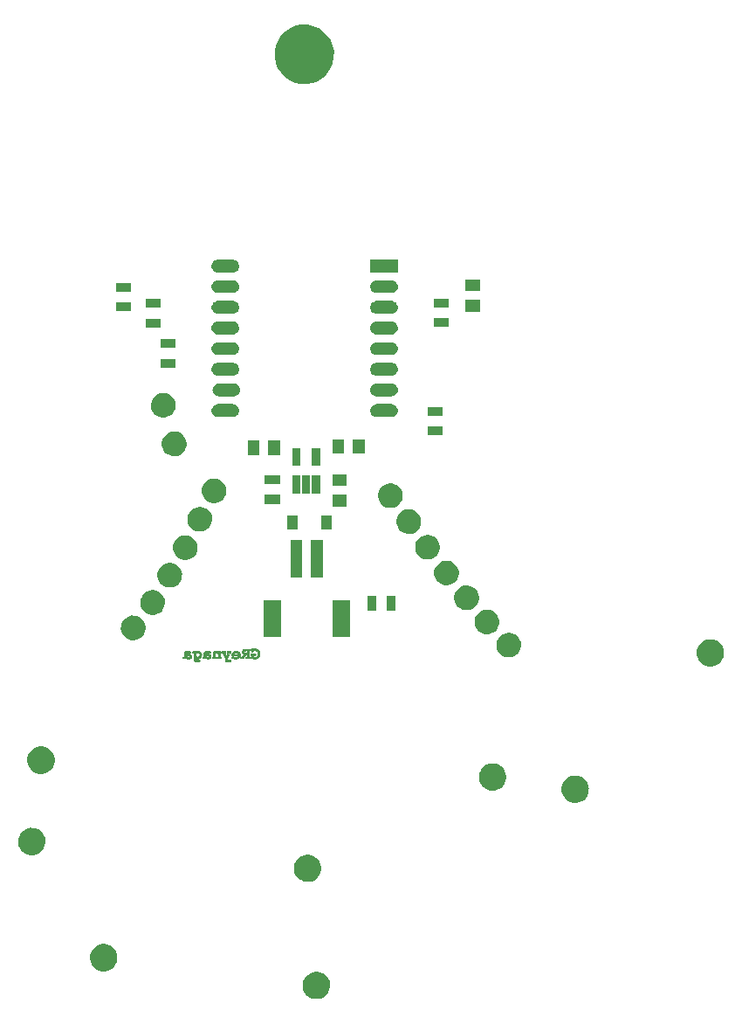
<source format=gbs>
G04 #@! TF.GenerationSoftware,KiCad,Pcbnew,no-vcs-found-b8c621a~59~ubuntu16.04.1*
G04 #@! TF.CreationDate,2017-08-07T13:11:29-06:00*
G04 #@! TF.ProjectId,001,3030312E6B696361645F706362000000,rev?*
G04 #@! TF.SameCoordinates,Original*
G04 #@! TF.FileFunction,Soldermask,Bot*
G04 #@! TF.FilePolarity,Negative*
%FSLAX46Y46*%
G04 Gerber Fmt 4.6, Leading zero omitted, Abs format (unit mm)*
G04 Created by KiCad (PCBNEW no-vcs-found-b8c621a~59~ubuntu16.04.1) date Mon Aug  7 13:11:29 2017*
%MOMM*%
%LPD*%
G01*
G04 APERTURE LIST*
%ADD10C,0.010000*%
%ADD11C,0.100000*%
G04 APERTURE END LIST*
D10*
G36*
X121883114Y-104143275D02*
X121842497Y-104149993D01*
X121805579Y-104161411D01*
X121771898Y-104177702D01*
X121740991Y-104199039D01*
X121717963Y-104219847D01*
X121704331Y-104234234D01*
X121694031Y-104247019D01*
X121685388Y-104260508D01*
X121677366Y-104275712D01*
X121671761Y-104287264D01*
X121666982Y-104297928D01*
X121662965Y-104308311D01*
X121659642Y-104319021D01*
X121656947Y-104330665D01*
X121654816Y-104343850D01*
X121653182Y-104359183D01*
X121651979Y-104377273D01*
X121651141Y-104398727D01*
X121650602Y-104424151D01*
X121650297Y-104454154D01*
X121650158Y-104489342D01*
X121650122Y-104526683D01*
X121650080Y-104687404D01*
X121630237Y-104689629D01*
X121605387Y-104694480D01*
X121585686Y-104702983D01*
X121570978Y-104715299D01*
X121561105Y-104731591D01*
X121555911Y-104752021D01*
X121554970Y-104767600D01*
X121556661Y-104789333D01*
X121561982Y-104806602D01*
X121571308Y-104820393D01*
X121576987Y-104825792D01*
X121582856Y-104830670D01*
X121588201Y-104834663D01*
X121593705Y-104837859D01*
X121600049Y-104840348D01*
X121607917Y-104842217D01*
X121617990Y-104843555D01*
X121630952Y-104844451D01*
X121647484Y-104844994D01*
X121668268Y-104845271D01*
X121693988Y-104845373D01*
X121725325Y-104845387D01*
X121845343Y-104845387D01*
X121864393Y-104835862D01*
X121881298Y-104825445D01*
X121892856Y-104813211D01*
X121899883Y-104797909D01*
X121903197Y-104778287D01*
X121903347Y-104776167D01*
X121902898Y-104751919D01*
X121897987Y-104732016D01*
X121888373Y-104716166D01*
X121873814Y-104704077D01*
X121854070Y-104695459D01*
X121832536Y-104690565D01*
X121808830Y-104686793D01*
X121808830Y-104542126D01*
X121808864Y-104504845D01*
X121809000Y-104473325D01*
X121809296Y-104446977D01*
X121809806Y-104425212D01*
X121810587Y-104407442D01*
X121811694Y-104393078D01*
X121813182Y-104381530D01*
X121815107Y-104372211D01*
X121817525Y-104364530D01*
X121820491Y-104357900D01*
X121824061Y-104351731D01*
X121827266Y-104346912D01*
X121839862Y-104333059D01*
X121856916Y-104320609D01*
X121876537Y-104310844D01*
X121884637Y-104307991D01*
X121894622Y-104305510D01*
X121906550Y-104303849D01*
X121921755Y-104302892D01*
X121941567Y-104302526D01*
X121948530Y-104302514D01*
X121967324Y-104302638D01*
X121981314Y-104303087D01*
X121992045Y-104304047D01*
X122001064Y-104305706D01*
X122009914Y-104308250D01*
X122017352Y-104310845D01*
X122042013Y-104321944D01*
X122067375Y-104337711D01*
X122094095Y-104358589D01*
X122113114Y-104375686D01*
X122142205Y-104403071D01*
X122142205Y-104688225D01*
X122130089Y-104688225D01*
X122114781Y-104689277D01*
X122097873Y-104692073D01*
X122081977Y-104696065D01*
X122069702Y-104700710D01*
X122069281Y-104700923D01*
X122052241Y-104712773D01*
X122040275Y-104728263D01*
X122033282Y-104747580D01*
X122031150Y-104769879D01*
X122033134Y-104791596D01*
X122039297Y-104808981D01*
X122050193Y-104822916D01*
X122066375Y-104834280D01*
X122073983Y-104838088D01*
X122078059Y-104839902D01*
X122082094Y-104841391D01*
X122086734Y-104842591D01*
X122092629Y-104843538D01*
X122100428Y-104844266D01*
X122110778Y-104844813D01*
X122124328Y-104845213D01*
X122141728Y-104845502D01*
X122163624Y-104845716D01*
X122190667Y-104845891D01*
X122218405Y-104846037D01*
X122253092Y-104846160D01*
X122281934Y-104846139D01*
X122305437Y-104845961D01*
X122324107Y-104845615D01*
X122338447Y-104845088D01*
X122348964Y-104844367D01*
X122356161Y-104843441D01*
X122359693Y-104842602D01*
X122380961Y-104833832D01*
X122396632Y-104822643D01*
X122407223Y-104808328D01*
X122413251Y-104790180D01*
X122415235Y-104767492D01*
X122415238Y-104766704D01*
X122412540Y-104744591D01*
X122404525Y-104725737D01*
X122391383Y-104710468D01*
X122377055Y-104700923D01*
X122365002Y-104696262D01*
X122349210Y-104692229D01*
X122332292Y-104689369D01*
X122316858Y-104688227D01*
X122316247Y-104688225D01*
X122304130Y-104688225D01*
X122304130Y-104321217D01*
X122326516Y-104317378D01*
X122339907Y-104314478D01*
X122352652Y-104310716D01*
X122361134Y-104307299D01*
X122377444Y-104295620D01*
X122389383Y-104279929D01*
X122396640Y-104261096D01*
X122398904Y-104239991D01*
X122395866Y-104217483D01*
X122394705Y-104213258D01*
X122386382Y-104195920D01*
X122372533Y-104181516D01*
X122353343Y-104170068D01*
X122348630Y-104168006D01*
X122343932Y-104166362D01*
X122338474Y-104165081D01*
X122331481Y-104164105D01*
X122322180Y-104163379D01*
X122309796Y-104162844D01*
X122293556Y-104162446D01*
X122272683Y-104162126D01*
X122246406Y-104161829D01*
X122239837Y-104161761D01*
X122142205Y-104160761D01*
X122142205Y-104231187D01*
X122122293Y-104214295D01*
X122102186Y-104197985D01*
X122083885Y-104184997D01*
X122065086Y-104173814D01*
X122046192Y-104164208D01*
X122024849Y-104155003D01*
X122003998Y-104148417D01*
X121981959Y-104144120D01*
X121957050Y-104141784D01*
X121927893Y-104141082D01*
X121883114Y-104143275D01*
X121883114Y-104143275D01*
G37*
X121883114Y-104143275D02*
X121842497Y-104149993D01*
X121805579Y-104161411D01*
X121771898Y-104177702D01*
X121740991Y-104199039D01*
X121717963Y-104219847D01*
X121704331Y-104234234D01*
X121694031Y-104247019D01*
X121685388Y-104260508D01*
X121677366Y-104275712D01*
X121671761Y-104287264D01*
X121666982Y-104297928D01*
X121662965Y-104308311D01*
X121659642Y-104319021D01*
X121656947Y-104330665D01*
X121654816Y-104343850D01*
X121653182Y-104359183D01*
X121651979Y-104377273D01*
X121651141Y-104398727D01*
X121650602Y-104424151D01*
X121650297Y-104454154D01*
X121650158Y-104489342D01*
X121650122Y-104526683D01*
X121650080Y-104687404D01*
X121630237Y-104689629D01*
X121605387Y-104694480D01*
X121585686Y-104702983D01*
X121570978Y-104715299D01*
X121561105Y-104731591D01*
X121555911Y-104752021D01*
X121554970Y-104767600D01*
X121556661Y-104789333D01*
X121561982Y-104806602D01*
X121571308Y-104820393D01*
X121576987Y-104825792D01*
X121582856Y-104830670D01*
X121588201Y-104834663D01*
X121593705Y-104837859D01*
X121600049Y-104840348D01*
X121607917Y-104842217D01*
X121617990Y-104843555D01*
X121630952Y-104844451D01*
X121647484Y-104844994D01*
X121668268Y-104845271D01*
X121693988Y-104845373D01*
X121725325Y-104845387D01*
X121845343Y-104845387D01*
X121864393Y-104835862D01*
X121881298Y-104825445D01*
X121892856Y-104813211D01*
X121899883Y-104797909D01*
X121903197Y-104778287D01*
X121903347Y-104776167D01*
X121902898Y-104751919D01*
X121897987Y-104732016D01*
X121888373Y-104716166D01*
X121873814Y-104704077D01*
X121854070Y-104695459D01*
X121832536Y-104690565D01*
X121808830Y-104686793D01*
X121808830Y-104542126D01*
X121808864Y-104504845D01*
X121809000Y-104473325D01*
X121809296Y-104446977D01*
X121809806Y-104425212D01*
X121810587Y-104407442D01*
X121811694Y-104393078D01*
X121813182Y-104381530D01*
X121815107Y-104372211D01*
X121817525Y-104364530D01*
X121820491Y-104357900D01*
X121824061Y-104351731D01*
X121827266Y-104346912D01*
X121839862Y-104333059D01*
X121856916Y-104320609D01*
X121876537Y-104310844D01*
X121884637Y-104307991D01*
X121894622Y-104305510D01*
X121906550Y-104303849D01*
X121921755Y-104302892D01*
X121941567Y-104302526D01*
X121948530Y-104302514D01*
X121967324Y-104302638D01*
X121981314Y-104303087D01*
X121992045Y-104304047D01*
X122001064Y-104305706D01*
X122009914Y-104308250D01*
X122017352Y-104310845D01*
X122042013Y-104321944D01*
X122067375Y-104337711D01*
X122094095Y-104358589D01*
X122113114Y-104375686D01*
X122142205Y-104403071D01*
X122142205Y-104688225D01*
X122130089Y-104688225D01*
X122114781Y-104689277D01*
X122097873Y-104692073D01*
X122081977Y-104696065D01*
X122069702Y-104700710D01*
X122069281Y-104700923D01*
X122052241Y-104712773D01*
X122040275Y-104728263D01*
X122033282Y-104747580D01*
X122031150Y-104769879D01*
X122033134Y-104791596D01*
X122039297Y-104808981D01*
X122050193Y-104822916D01*
X122066375Y-104834280D01*
X122073983Y-104838088D01*
X122078059Y-104839902D01*
X122082094Y-104841391D01*
X122086734Y-104842591D01*
X122092629Y-104843538D01*
X122100428Y-104844266D01*
X122110778Y-104844813D01*
X122124328Y-104845213D01*
X122141728Y-104845502D01*
X122163624Y-104845716D01*
X122190667Y-104845891D01*
X122218405Y-104846037D01*
X122253092Y-104846160D01*
X122281934Y-104846139D01*
X122305437Y-104845961D01*
X122324107Y-104845615D01*
X122338447Y-104845088D01*
X122348964Y-104844367D01*
X122356161Y-104843441D01*
X122359693Y-104842602D01*
X122380961Y-104833832D01*
X122396632Y-104822643D01*
X122407223Y-104808328D01*
X122413251Y-104790180D01*
X122415235Y-104767492D01*
X122415238Y-104766704D01*
X122412540Y-104744591D01*
X122404525Y-104725737D01*
X122391383Y-104710468D01*
X122377055Y-104700923D01*
X122365002Y-104696262D01*
X122349210Y-104692229D01*
X122332292Y-104689369D01*
X122316858Y-104688227D01*
X122316247Y-104688225D01*
X122304130Y-104688225D01*
X122304130Y-104321217D01*
X122326516Y-104317378D01*
X122339907Y-104314478D01*
X122352652Y-104310716D01*
X122361134Y-104307299D01*
X122377444Y-104295620D01*
X122389383Y-104279929D01*
X122396640Y-104261096D01*
X122398904Y-104239991D01*
X122395866Y-104217483D01*
X122394705Y-104213258D01*
X122386382Y-104195920D01*
X122372533Y-104181516D01*
X122353343Y-104170068D01*
X122348630Y-104168006D01*
X122343932Y-104166362D01*
X122338474Y-104165081D01*
X122331481Y-104164105D01*
X122322180Y-104163379D01*
X122309796Y-104162844D01*
X122293556Y-104162446D01*
X122272683Y-104162126D01*
X122246406Y-104161829D01*
X122239837Y-104161761D01*
X122142205Y-104160761D01*
X122142205Y-104231187D01*
X122122293Y-104214295D01*
X122102186Y-104197985D01*
X122083885Y-104184997D01*
X122065086Y-104173814D01*
X122046192Y-104164208D01*
X122024849Y-104155003D01*
X122003998Y-104148417D01*
X121981959Y-104144120D01*
X121957050Y-104141784D01*
X121927893Y-104141082D01*
X121883114Y-104143275D01*
G36*
X124841186Y-103932937D02*
X124815516Y-103933204D01*
X124793595Y-103933647D01*
X124774905Y-103934290D01*
X124758925Y-103935158D01*
X124745135Y-103936274D01*
X124733016Y-103937662D01*
X124722047Y-103939347D01*
X124711708Y-103941353D01*
X124701480Y-103943703D01*
X124690843Y-103946422D01*
X124687719Y-103947254D01*
X124648172Y-103960576D01*
X124610916Y-103978522D01*
X124576641Y-104000544D01*
X124546037Y-104026096D01*
X124519793Y-104054629D01*
X124498600Y-104085597D01*
X124488569Y-104105176D01*
X124476700Y-104138461D01*
X124469413Y-104174428D01*
X124466981Y-104211090D01*
X124469327Y-104244121D01*
X124477367Y-104279701D01*
X124490918Y-104313000D01*
X124510214Y-104344447D01*
X124535488Y-104374475D01*
X124545666Y-104384610D01*
X124556345Y-104394189D01*
X124569212Y-104404774D01*
X124583205Y-104415603D01*
X124597264Y-104425912D01*
X124610330Y-104434937D01*
X124621341Y-104441916D01*
X124629237Y-104446084D01*
X124632215Y-104446925D01*
X124631362Y-104448986D01*
X124626672Y-104454619D01*
X124618887Y-104462996D01*
X124608750Y-104473288D01*
X124607261Y-104474759D01*
X124563338Y-104521091D01*
X124520560Y-104572170D01*
X124480223Y-104626392D01*
X124458355Y-104658806D01*
X124439318Y-104688125D01*
X124420268Y-104688230D01*
X124399512Y-104689596D01*
X124379019Y-104693167D01*
X124360673Y-104698490D01*
X124346359Y-104705110D01*
X124344068Y-104706604D01*
X124329963Y-104719528D01*
X124320809Y-104735423D01*
X124316258Y-104755041D01*
X124315589Y-104767600D01*
X124317682Y-104790729D01*
X124324337Y-104809549D01*
X124335815Y-104824417D01*
X124352374Y-104835692D01*
X124369664Y-104842430D01*
X124376597Y-104843975D01*
X124386331Y-104845160D01*
X124399589Y-104846017D01*
X124417090Y-104846583D01*
X124439558Y-104846890D01*
X124465044Y-104846975D01*
X124545323Y-104846975D01*
X124563150Y-104815211D01*
X124581682Y-104783770D01*
X124602464Y-104751281D01*
X124624982Y-104718370D01*
X124648720Y-104685666D01*
X124673165Y-104653794D01*
X124697802Y-104623381D01*
X124722116Y-104595053D01*
X124745593Y-104569439D01*
X124767718Y-104547163D01*
X124787978Y-104528853D01*
X124805857Y-104515135D01*
X124813414Y-104510381D01*
X124829843Y-104500959D01*
X124905249Y-104500929D01*
X124980655Y-104500900D01*
X124980655Y-104688225D01*
X124944937Y-104688280D01*
X124913754Y-104689451D01*
X124888013Y-104692988D01*
X124867188Y-104699081D01*
X124850756Y-104707923D01*
X124838192Y-104719703D01*
X124831505Y-104729640D01*
X124827082Y-104738976D01*
X124824661Y-104748513D01*
X124823724Y-104760757D01*
X124823647Y-104767600D01*
X124825774Y-104790586D01*
X124832245Y-104809152D01*
X124843208Y-104823644D01*
X124850283Y-104829375D01*
X124855989Y-104833217D01*
X124861482Y-104836455D01*
X124867337Y-104839140D01*
X124874130Y-104841324D01*
X124882437Y-104843057D01*
X124892834Y-104844391D01*
X124905896Y-104845377D01*
X124922199Y-104846067D01*
X124942319Y-104846510D01*
X124966832Y-104846760D01*
X124996312Y-104846866D01*
X125031336Y-104846880D01*
X125047041Y-104846871D01*
X125082691Y-104846831D01*
X125112574Y-104846750D01*
X125137276Y-104846608D01*
X125157380Y-104846385D01*
X125173470Y-104846060D01*
X125186131Y-104845614D01*
X125195947Y-104845025D01*
X125203502Y-104844275D01*
X125209379Y-104843343D01*
X125214164Y-104842209D01*
X125218096Y-104840972D01*
X125237664Y-104831268D01*
X125252474Y-104817498D01*
X125262350Y-104799993D01*
X125267115Y-104779083D01*
X125266594Y-104755099D01*
X125266019Y-104751072D01*
X125260014Y-104731681D01*
X125248775Y-104715727D01*
X125232469Y-104703311D01*
X125211265Y-104694533D01*
X125185332Y-104689495D01*
X125161047Y-104688225D01*
X125142580Y-104688225D01*
X125142580Y-104342150D01*
X124980655Y-104342150D01*
X124930649Y-104342122D01*
X124908715Y-104341883D01*
X124884519Y-104341252D01*
X124860797Y-104340319D01*
X124840284Y-104339177D01*
X124837687Y-104338996D01*
X124803906Y-104335583D01*
X124774645Y-104330359D01*
X124748236Y-104322925D01*
X124723007Y-104312885D01*
X124717759Y-104310434D01*
X124695930Y-104298024D01*
X124676076Y-104282976D01*
X124659503Y-104266461D01*
X124647516Y-104249653D01*
X124645279Y-104245312D01*
X124639819Y-104228176D01*
X124637669Y-104208661D01*
X124638883Y-104189300D01*
X124643513Y-104172627D01*
X124643758Y-104172079D01*
X124656038Y-104152341D01*
X124673851Y-104134348D01*
X124696494Y-104118647D01*
X124723267Y-104105783D01*
X124734344Y-104101762D01*
X124741289Y-104099487D01*
X124747556Y-104097649D01*
X124753911Y-104096193D01*
X124761123Y-104095064D01*
X124769960Y-104094206D01*
X124781189Y-104093566D01*
X124795577Y-104093087D01*
X124813894Y-104092716D01*
X124836906Y-104092396D01*
X124865381Y-104092074D01*
X124870324Y-104092020D01*
X124980655Y-104090822D01*
X124980655Y-104342150D01*
X125142580Y-104342150D01*
X125142580Y-104092248D01*
X125173537Y-104090446D01*
X125201727Y-104087202D01*
X125224488Y-104080925D01*
X125242088Y-104071387D01*
X125254795Y-104058358D01*
X125262878Y-104041609D01*
X125266605Y-104020912D01*
X125266935Y-104010728D01*
X125265288Y-103988627D01*
X125260185Y-103971237D01*
X125251095Y-103957636D01*
X125237488Y-103946897D01*
X125227199Y-103941562D01*
X125210843Y-103934162D01*
X124991768Y-103933145D01*
X124945898Y-103932950D01*
X124905857Y-103932834D01*
X124871127Y-103932822D01*
X124841186Y-103932937D01*
X124841186Y-103932937D01*
G37*
X124841186Y-103932937D02*
X124815516Y-103933204D01*
X124793595Y-103933647D01*
X124774905Y-103934290D01*
X124758925Y-103935158D01*
X124745135Y-103936274D01*
X124733016Y-103937662D01*
X124722047Y-103939347D01*
X124711708Y-103941353D01*
X124701480Y-103943703D01*
X124690843Y-103946422D01*
X124687719Y-103947254D01*
X124648172Y-103960576D01*
X124610916Y-103978522D01*
X124576641Y-104000544D01*
X124546037Y-104026096D01*
X124519793Y-104054629D01*
X124498600Y-104085597D01*
X124488569Y-104105176D01*
X124476700Y-104138461D01*
X124469413Y-104174428D01*
X124466981Y-104211090D01*
X124469327Y-104244121D01*
X124477367Y-104279701D01*
X124490918Y-104313000D01*
X124510214Y-104344447D01*
X124535488Y-104374475D01*
X124545666Y-104384610D01*
X124556345Y-104394189D01*
X124569212Y-104404774D01*
X124583205Y-104415603D01*
X124597264Y-104425912D01*
X124610330Y-104434937D01*
X124621341Y-104441916D01*
X124629237Y-104446084D01*
X124632215Y-104446925D01*
X124631362Y-104448986D01*
X124626672Y-104454619D01*
X124618887Y-104462996D01*
X124608750Y-104473288D01*
X124607261Y-104474759D01*
X124563338Y-104521091D01*
X124520560Y-104572170D01*
X124480223Y-104626392D01*
X124458355Y-104658806D01*
X124439318Y-104688125D01*
X124420268Y-104688230D01*
X124399512Y-104689596D01*
X124379019Y-104693167D01*
X124360673Y-104698490D01*
X124346359Y-104705110D01*
X124344068Y-104706604D01*
X124329963Y-104719528D01*
X124320809Y-104735423D01*
X124316258Y-104755041D01*
X124315589Y-104767600D01*
X124317682Y-104790729D01*
X124324337Y-104809549D01*
X124335815Y-104824417D01*
X124352374Y-104835692D01*
X124369664Y-104842430D01*
X124376597Y-104843975D01*
X124386331Y-104845160D01*
X124399589Y-104846017D01*
X124417090Y-104846583D01*
X124439558Y-104846890D01*
X124465044Y-104846975D01*
X124545323Y-104846975D01*
X124563150Y-104815211D01*
X124581682Y-104783770D01*
X124602464Y-104751281D01*
X124624982Y-104718370D01*
X124648720Y-104685666D01*
X124673165Y-104653794D01*
X124697802Y-104623381D01*
X124722116Y-104595053D01*
X124745593Y-104569439D01*
X124767718Y-104547163D01*
X124787978Y-104528853D01*
X124805857Y-104515135D01*
X124813414Y-104510381D01*
X124829843Y-104500959D01*
X124905249Y-104500929D01*
X124980655Y-104500900D01*
X124980655Y-104688225D01*
X124944937Y-104688280D01*
X124913754Y-104689451D01*
X124888013Y-104692988D01*
X124867188Y-104699081D01*
X124850756Y-104707923D01*
X124838192Y-104719703D01*
X124831505Y-104729640D01*
X124827082Y-104738976D01*
X124824661Y-104748513D01*
X124823724Y-104760757D01*
X124823647Y-104767600D01*
X124825774Y-104790586D01*
X124832245Y-104809152D01*
X124843208Y-104823644D01*
X124850283Y-104829375D01*
X124855989Y-104833217D01*
X124861482Y-104836455D01*
X124867337Y-104839140D01*
X124874130Y-104841324D01*
X124882437Y-104843057D01*
X124892834Y-104844391D01*
X124905896Y-104845377D01*
X124922199Y-104846067D01*
X124942319Y-104846510D01*
X124966832Y-104846760D01*
X124996312Y-104846866D01*
X125031336Y-104846880D01*
X125047041Y-104846871D01*
X125082691Y-104846831D01*
X125112574Y-104846750D01*
X125137276Y-104846608D01*
X125157380Y-104846385D01*
X125173470Y-104846060D01*
X125186131Y-104845614D01*
X125195947Y-104845025D01*
X125203502Y-104844275D01*
X125209379Y-104843343D01*
X125214164Y-104842209D01*
X125218096Y-104840972D01*
X125237664Y-104831268D01*
X125252474Y-104817498D01*
X125262350Y-104799993D01*
X125267115Y-104779083D01*
X125266594Y-104755099D01*
X125266019Y-104751072D01*
X125260014Y-104731681D01*
X125248775Y-104715727D01*
X125232469Y-104703311D01*
X125211265Y-104694533D01*
X125185332Y-104689495D01*
X125161047Y-104688225D01*
X125142580Y-104688225D01*
X125142580Y-104342150D01*
X124980655Y-104342150D01*
X124930649Y-104342122D01*
X124908715Y-104341883D01*
X124884519Y-104341252D01*
X124860797Y-104340319D01*
X124840284Y-104339177D01*
X124837687Y-104338996D01*
X124803906Y-104335583D01*
X124774645Y-104330359D01*
X124748236Y-104322925D01*
X124723007Y-104312885D01*
X124717759Y-104310434D01*
X124695930Y-104298024D01*
X124676076Y-104282976D01*
X124659503Y-104266461D01*
X124647516Y-104249653D01*
X124645279Y-104245312D01*
X124639819Y-104228176D01*
X124637669Y-104208661D01*
X124638883Y-104189300D01*
X124643513Y-104172627D01*
X124643758Y-104172079D01*
X124656038Y-104152341D01*
X124673851Y-104134348D01*
X124696494Y-104118647D01*
X124723267Y-104105783D01*
X124734344Y-104101762D01*
X124741289Y-104099487D01*
X124747556Y-104097649D01*
X124753911Y-104096193D01*
X124761123Y-104095064D01*
X124769960Y-104094206D01*
X124781189Y-104093566D01*
X124795577Y-104093087D01*
X124813894Y-104092716D01*
X124836906Y-104092396D01*
X124865381Y-104092074D01*
X124870324Y-104092020D01*
X124980655Y-104090822D01*
X124980655Y-104342150D01*
X125142580Y-104342150D01*
X125142580Y-104092248D01*
X125173537Y-104090446D01*
X125201727Y-104087202D01*
X125224488Y-104080925D01*
X125242088Y-104071387D01*
X125254795Y-104058358D01*
X125262878Y-104041609D01*
X125266605Y-104020912D01*
X125266935Y-104010728D01*
X125265288Y-103988627D01*
X125260185Y-103971237D01*
X125251095Y-103957636D01*
X125237488Y-103946897D01*
X125227199Y-103941562D01*
X125210843Y-103934162D01*
X124991768Y-103933145D01*
X124945898Y-103932950D01*
X124905857Y-103932834D01*
X124871127Y-103932822D01*
X124841186Y-103932937D01*
G36*
X125399873Y-103912005D02*
X125383586Y-103917738D01*
X125374099Y-103923968D01*
X125366723Y-103932261D01*
X125360068Y-103943696D01*
X125350543Y-103962267D01*
X125349552Y-104066580D01*
X125349315Y-104096419D01*
X125349244Y-104120632D01*
X125349362Y-104139942D01*
X125349692Y-104155070D01*
X125350258Y-104166740D01*
X125351083Y-104175674D01*
X125352190Y-104182595D01*
X125353437Y-104187664D01*
X125361395Y-104208073D01*
X125372168Y-104223117D01*
X125386368Y-104233246D01*
X125404610Y-104238905D01*
X125425930Y-104240550D01*
X125439822Y-104239971D01*
X125452343Y-104238437D01*
X125461045Y-104236251D01*
X125461214Y-104236181D01*
X125472337Y-104229443D01*
X125482137Y-104218774D01*
X125490958Y-104203573D01*
X125499147Y-104183241D01*
X125507051Y-104157178D01*
X125507296Y-104156268D01*
X125515118Y-104138999D01*
X125528530Y-104123173D01*
X125546895Y-104108990D01*
X125569575Y-104096652D01*
X125595932Y-104086361D01*
X125625330Y-104078317D01*
X125657131Y-104072722D01*
X125690697Y-104069777D01*
X125725390Y-104069684D01*
X125760575Y-104072643D01*
X125768614Y-104073768D01*
X125810415Y-104082955D01*
X125848907Y-104097250D01*
X125883772Y-104116356D01*
X125914692Y-104139977D01*
X125941348Y-104167817D01*
X125963422Y-104199577D01*
X125980596Y-104234963D01*
X125992552Y-104273676D01*
X125994824Y-104284556D01*
X125996607Y-104297860D01*
X125998033Y-104316198D01*
X125999100Y-104338428D01*
X125999809Y-104363409D01*
X126000160Y-104390000D01*
X126000152Y-104417059D01*
X125999787Y-104443445D01*
X125999064Y-104468016D01*
X125997983Y-104489631D01*
X125996543Y-104507149D01*
X125994816Y-104519092D01*
X125984322Y-104556909D01*
X125969306Y-104590443D01*
X125949697Y-104619755D01*
X125925422Y-104644902D01*
X125896410Y-104665943D01*
X125862587Y-104682938D01*
X125823883Y-104695946D01*
X125780225Y-104705025D01*
X125764964Y-104707139D01*
X125720989Y-104710349D01*
X125675308Y-104709629D01*
X125629590Y-104705163D01*
X125585508Y-104697139D01*
X125544731Y-104685741D01*
X125532312Y-104681281D01*
X125507705Y-104671888D01*
X125507705Y-104568202D01*
X125602162Y-104566793D01*
X125632361Y-104566268D01*
X125656990Y-104565612D01*
X125676827Y-104564716D01*
X125692651Y-104563473D01*
X125705242Y-104561774D01*
X125715378Y-104559510D01*
X125723839Y-104556573D01*
X125731404Y-104552854D01*
X125738852Y-104548246D01*
X125739761Y-104547637D01*
X125752513Y-104535363D01*
X125761538Y-104518800D01*
X125766522Y-104499014D01*
X125767151Y-104477069D01*
X125765023Y-104461901D01*
X125759113Y-104444683D01*
X125748907Y-104431063D01*
X125733688Y-104420256D01*
X125722018Y-104414861D01*
X125702968Y-104407237D01*
X125528343Y-104407237D01*
X125490179Y-104407252D01*
X125457819Y-104407306D01*
X125430717Y-104407416D01*
X125408328Y-104407598D01*
X125390106Y-104407867D01*
X125375506Y-104408240D01*
X125363981Y-104408732D01*
X125354986Y-104409360D01*
X125347975Y-104410140D01*
X125342402Y-104411087D01*
X125337723Y-104412217D01*
X125335476Y-104412878D01*
X125314863Y-104422065D01*
X125299107Y-104435233D01*
X125288418Y-104452103D01*
X125283009Y-104472395D01*
X125282350Y-104483069D01*
X125284543Y-104506677D01*
X125291489Y-104526216D01*
X125303448Y-104542106D01*
X125320682Y-104554768D01*
X125329705Y-104559291D01*
X125348955Y-104567931D01*
X125348955Y-104774367D01*
X125394199Y-104796049D01*
X125434166Y-104814452D01*
X125470578Y-104829522D01*
X125504927Y-104841781D01*
X125538703Y-104851753D01*
X125573397Y-104859959D01*
X125580730Y-104861466D01*
X125593550Y-104863321D01*
X125611469Y-104864916D01*
X125633240Y-104866225D01*
X125657617Y-104867223D01*
X125683354Y-104867883D01*
X125709204Y-104868181D01*
X125733920Y-104868091D01*
X125756256Y-104867587D01*
X125774966Y-104866643D01*
X125785518Y-104865674D01*
X125825652Y-104859272D01*
X125866286Y-104849836D01*
X125905647Y-104837891D01*
X125941962Y-104823965D01*
X125968080Y-104811511D01*
X126006477Y-104787592D01*
X126041314Y-104758689D01*
X126072296Y-104725266D01*
X126099127Y-104687785D01*
X126121509Y-104646710D01*
X126139146Y-104602505D01*
X126151741Y-104555633D01*
X126158238Y-104514269D01*
X126159523Y-104497993D01*
X126160506Y-104476730D01*
X126161187Y-104451835D01*
X126161564Y-104424664D01*
X126161635Y-104396572D01*
X126161399Y-104368916D01*
X126160856Y-104343050D01*
X126160004Y-104320330D01*
X126158841Y-104302112D01*
X126158441Y-104297822D01*
X126151208Y-104251872D01*
X126139262Y-104206792D01*
X126123157Y-104164587D01*
X126119222Y-104156119D01*
X126103895Y-104126400D01*
X126088001Y-104100432D01*
X126070185Y-104076317D01*
X126049089Y-104052157D01*
X126033181Y-104035735D01*
X125997779Y-104003409D01*
X125961373Y-103976577D01*
X125922911Y-103954671D01*
X125881342Y-103937121D01*
X125835615Y-103923359D01*
X125817866Y-103919208D01*
X125806139Y-103916815D01*
X125795080Y-103915022D01*
X125783470Y-103913746D01*
X125770090Y-103912903D01*
X125753720Y-103912412D01*
X125733141Y-103912188D01*
X125714080Y-103912146D01*
X125687018Y-103912282D01*
X125665147Y-103912737D01*
X125647313Y-103913576D01*
X125632363Y-103914862D01*
X125619143Y-103916659D01*
X125612692Y-103917794D01*
X125586583Y-103923613D01*
X125558665Y-103931353D01*
X125531555Y-103940217D01*
X125507870Y-103949410D01*
X125505625Y-103950390D01*
X125493899Y-103954941D01*
X125487397Y-103955916D01*
X125486041Y-103954893D01*
X125481635Y-103946916D01*
X125473866Y-103937103D01*
X125464487Y-103927375D01*
X125455251Y-103919655D01*
X125451995Y-103917564D01*
X125436496Y-103911902D01*
X125418321Y-103910051D01*
X125399873Y-103912005D01*
X125399873Y-103912005D01*
G37*
X125399873Y-103912005D02*
X125383586Y-103917738D01*
X125374099Y-103923968D01*
X125366723Y-103932261D01*
X125360068Y-103943696D01*
X125350543Y-103962267D01*
X125349552Y-104066580D01*
X125349315Y-104096419D01*
X125349244Y-104120632D01*
X125349362Y-104139942D01*
X125349692Y-104155070D01*
X125350258Y-104166740D01*
X125351083Y-104175674D01*
X125352190Y-104182595D01*
X125353437Y-104187664D01*
X125361395Y-104208073D01*
X125372168Y-104223117D01*
X125386368Y-104233246D01*
X125404610Y-104238905D01*
X125425930Y-104240550D01*
X125439822Y-104239971D01*
X125452343Y-104238437D01*
X125461045Y-104236251D01*
X125461214Y-104236181D01*
X125472337Y-104229443D01*
X125482137Y-104218774D01*
X125490958Y-104203573D01*
X125499147Y-104183241D01*
X125507051Y-104157178D01*
X125507296Y-104156268D01*
X125515118Y-104138999D01*
X125528530Y-104123173D01*
X125546895Y-104108990D01*
X125569575Y-104096652D01*
X125595932Y-104086361D01*
X125625330Y-104078317D01*
X125657131Y-104072722D01*
X125690697Y-104069777D01*
X125725390Y-104069684D01*
X125760575Y-104072643D01*
X125768614Y-104073768D01*
X125810415Y-104082955D01*
X125848907Y-104097250D01*
X125883772Y-104116356D01*
X125914692Y-104139977D01*
X125941348Y-104167817D01*
X125963422Y-104199577D01*
X125980596Y-104234963D01*
X125992552Y-104273676D01*
X125994824Y-104284556D01*
X125996607Y-104297860D01*
X125998033Y-104316198D01*
X125999100Y-104338428D01*
X125999809Y-104363409D01*
X126000160Y-104390000D01*
X126000152Y-104417059D01*
X125999787Y-104443445D01*
X125999064Y-104468016D01*
X125997983Y-104489631D01*
X125996543Y-104507149D01*
X125994816Y-104519092D01*
X125984322Y-104556909D01*
X125969306Y-104590443D01*
X125949697Y-104619755D01*
X125925422Y-104644902D01*
X125896410Y-104665943D01*
X125862587Y-104682938D01*
X125823883Y-104695946D01*
X125780225Y-104705025D01*
X125764964Y-104707139D01*
X125720989Y-104710349D01*
X125675308Y-104709629D01*
X125629590Y-104705163D01*
X125585508Y-104697139D01*
X125544731Y-104685741D01*
X125532312Y-104681281D01*
X125507705Y-104671888D01*
X125507705Y-104568202D01*
X125602162Y-104566793D01*
X125632361Y-104566268D01*
X125656990Y-104565612D01*
X125676827Y-104564716D01*
X125692651Y-104563473D01*
X125705242Y-104561774D01*
X125715378Y-104559510D01*
X125723839Y-104556573D01*
X125731404Y-104552854D01*
X125738852Y-104548246D01*
X125739761Y-104547637D01*
X125752513Y-104535363D01*
X125761538Y-104518800D01*
X125766522Y-104499014D01*
X125767151Y-104477069D01*
X125765023Y-104461901D01*
X125759113Y-104444683D01*
X125748907Y-104431063D01*
X125733688Y-104420256D01*
X125722018Y-104414861D01*
X125702968Y-104407237D01*
X125528343Y-104407237D01*
X125490179Y-104407252D01*
X125457819Y-104407306D01*
X125430717Y-104407416D01*
X125408328Y-104407598D01*
X125390106Y-104407867D01*
X125375506Y-104408240D01*
X125363981Y-104408732D01*
X125354986Y-104409360D01*
X125347975Y-104410140D01*
X125342402Y-104411087D01*
X125337723Y-104412217D01*
X125335476Y-104412878D01*
X125314863Y-104422065D01*
X125299107Y-104435233D01*
X125288418Y-104452103D01*
X125283009Y-104472395D01*
X125282350Y-104483069D01*
X125284543Y-104506677D01*
X125291489Y-104526216D01*
X125303448Y-104542106D01*
X125320682Y-104554768D01*
X125329705Y-104559291D01*
X125348955Y-104567931D01*
X125348955Y-104774367D01*
X125394199Y-104796049D01*
X125434166Y-104814452D01*
X125470578Y-104829522D01*
X125504927Y-104841781D01*
X125538703Y-104851753D01*
X125573397Y-104859959D01*
X125580730Y-104861466D01*
X125593550Y-104863321D01*
X125611469Y-104864916D01*
X125633240Y-104866225D01*
X125657617Y-104867223D01*
X125683354Y-104867883D01*
X125709204Y-104868181D01*
X125733920Y-104868091D01*
X125756256Y-104867587D01*
X125774966Y-104866643D01*
X125785518Y-104865674D01*
X125825652Y-104859272D01*
X125866286Y-104849836D01*
X125905647Y-104837891D01*
X125941962Y-104823965D01*
X125968080Y-104811511D01*
X126006477Y-104787592D01*
X126041314Y-104758689D01*
X126072296Y-104725266D01*
X126099127Y-104687785D01*
X126121509Y-104646710D01*
X126139146Y-104602505D01*
X126151741Y-104555633D01*
X126158238Y-104514269D01*
X126159523Y-104497993D01*
X126160506Y-104476730D01*
X126161187Y-104451835D01*
X126161564Y-104424664D01*
X126161635Y-104396572D01*
X126161399Y-104368916D01*
X126160856Y-104343050D01*
X126160004Y-104320330D01*
X126158841Y-104302112D01*
X126158441Y-104297822D01*
X126151208Y-104251872D01*
X126139262Y-104206792D01*
X126123157Y-104164587D01*
X126119222Y-104156119D01*
X126103895Y-104126400D01*
X126088001Y-104100432D01*
X126070185Y-104076317D01*
X126049089Y-104052157D01*
X126033181Y-104035735D01*
X125997779Y-104003409D01*
X125961373Y-103976577D01*
X125922911Y-103954671D01*
X125881342Y-103937121D01*
X125835615Y-103923359D01*
X125817866Y-103919208D01*
X125806139Y-103916815D01*
X125795080Y-103915022D01*
X125783470Y-103913746D01*
X125770090Y-103912903D01*
X125753720Y-103912412D01*
X125733141Y-103912188D01*
X125714080Y-103912146D01*
X125687018Y-103912282D01*
X125665147Y-103912737D01*
X125647313Y-103913576D01*
X125632363Y-103914862D01*
X125619143Y-103916659D01*
X125612692Y-103917794D01*
X125586583Y-103923613D01*
X125558665Y-103931353D01*
X125531555Y-103940217D01*
X125507870Y-103949410D01*
X125505625Y-103950390D01*
X125493899Y-103954941D01*
X125487397Y-103955916D01*
X125486041Y-103954893D01*
X125481635Y-103946916D01*
X125473866Y-103937103D01*
X125464487Y-103927375D01*
X125455251Y-103919655D01*
X125451995Y-103917564D01*
X125436496Y-103911902D01*
X125418321Y-103910051D01*
X125399873Y-103912005D01*
G36*
X119129922Y-104141679D02*
X119082826Y-104147103D01*
X119039600Y-104156433D01*
X119022768Y-104161528D01*
X118988777Y-104175327D01*
X118957596Y-104192988D01*
X118930011Y-104213881D01*
X118906806Y-104237379D01*
X118888767Y-104262854D01*
X118883385Y-104273015D01*
X118879126Y-104282022D01*
X118875490Y-104290347D01*
X118872428Y-104298561D01*
X118869890Y-104307233D01*
X118867828Y-104316935D01*
X118866191Y-104328237D01*
X118864930Y-104341709D01*
X118863996Y-104357922D01*
X118863339Y-104377447D01*
X118862910Y-104400854D01*
X118862658Y-104428713D01*
X118862535Y-104461595D01*
X118862491Y-104500071D01*
X118862486Y-104513915D01*
X118862430Y-104687268D01*
X118829887Y-104689150D01*
X118802844Y-104691987D01*
X118781105Y-104697248D01*
X118763982Y-104705253D01*
X118750787Y-104716322D01*
X118740991Y-104730477D01*
X118737088Y-104739356D01*
X118734892Y-104749085D01*
X118734001Y-104761877D01*
X118733919Y-104769505D01*
X118734179Y-104783115D01*
X118735300Y-104792659D01*
X118737810Y-104800409D01*
X118742240Y-104808643D01*
X118743517Y-104810732D01*
X118751801Y-104821818D01*
X118762066Y-104830263D01*
X118771815Y-104835813D01*
X118790526Y-104845387D01*
X118907441Y-104846327D01*
X119024355Y-104847267D01*
X119024355Y-104815305D01*
X119042612Y-104823648D01*
X119069245Y-104834660D01*
X119099594Y-104845286D01*
X119131042Y-104854677D01*
X119160880Y-104861966D01*
X119181301Y-104865417D01*
X119205753Y-104868159D01*
X119232746Y-104870148D01*
X119260788Y-104871342D01*
X119288386Y-104871696D01*
X119314049Y-104871166D01*
X119336284Y-104869709D01*
X119352206Y-104867556D01*
X119392046Y-104857551D01*
X119429026Y-104843345D01*
X119462647Y-104825329D01*
X119492409Y-104803891D01*
X119517812Y-104779422D01*
X119538357Y-104752311D01*
X119553545Y-104722947D01*
X119559435Y-104705972D01*
X119562809Y-104687872D01*
X119564061Y-104665982D01*
X119563671Y-104653983D01*
X119395761Y-104653983D01*
X119392781Y-104666725D01*
X119384170Y-104678993D01*
X119370643Y-104690227D01*
X119352919Y-104699873D01*
X119331715Y-104707372D01*
X119324705Y-104709138D01*
X119307802Y-104711615D01*
X119286397Y-104712622D01*
X119262144Y-104712236D01*
X119236701Y-104710531D01*
X119211724Y-104707582D01*
X119188870Y-104703463D01*
X119186280Y-104702878D01*
X119152655Y-104693968D01*
X119120759Y-104683006D01*
X119088339Y-104669143D01*
X119060868Y-104655578D01*
X119022768Y-104635835D01*
X119021879Y-104597285D01*
X119020991Y-104558734D01*
X119041011Y-104555248D01*
X119078962Y-104549560D01*
X119117136Y-104545562D01*
X119154473Y-104543274D01*
X119189915Y-104542712D01*
X119222405Y-104543895D01*
X119250884Y-104546839D01*
X119273593Y-104551373D01*
X119303018Y-104561032D01*
X119329373Y-104573197D01*
X119352106Y-104587404D01*
X119370663Y-104603188D01*
X119384492Y-104620085D01*
X119393038Y-104637629D01*
X119395761Y-104653983D01*
X119563671Y-104653983D01*
X119563296Y-104642460D01*
X119560621Y-104619461D01*
X119556141Y-104599143D01*
X119553852Y-104592208D01*
X119543059Y-104567352D01*
X119529853Y-104545137D01*
X119512957Y-104523616D01*
X119499018Y-104508702D01*
X119466180Y-104479026D01*
X119430717Y-104454160D01*
X119392011Y-104433795D01*
X119349439Y-104417622D01*
X119302384Y-104405332D01*
X119284770Y-104401896D01*
X119259441Y-104398490D01*
X119229382Y-104396324D01*
X119196082Y-104395365D01*
X119161034Y-104395580D01*
X119125727Y-104396934D01*
X119091651Y-104399395D01*
X119060299Y-104402929D01*
X119033159Y-104407503D01*
X119033087Y-104407518D01*
X119024355Y-104409329D01*
X119024355Y-104383519D01*
X119025031Y-104366261D01*
X119027524Y-104353429D01*
X119032536Y-104343197D01*
X119040769Y-104333738D01*
X119044949Y-104329914D01*
X119060250Y-104319278D01*
X119079293Y-104311189D01*
X119102635Y-104305518D01*
X119130831Y-104302132D01*
X119164436Y-104300903D01*
X119168304Y-104300893D01*
X119187918Y-104301183D01*
X119206714Y-104302136D01*
X119225880Y-104303908D01*
X119246609Y-104306652D01*
X119270090Y-104310524D01*
X119297514Y-104315677D01*
X119325012Y-104321221D01*
X119354842Y-104327152D01*
X119379329Y-104331427D01*
X119399266Y-104334019D01*
X119415449Y-104334901D01*
X119428671Y-104334043D01*
X119439728Y-104331420D01*
X119449412Y-104327003D01*
X119458519Y-104320764D01*
X119463759Y-104316380D01*
X119477050Y-104300785D01*
X119485847Y-104282184D01*
X119489992Y-104261962D01*
X119489325Y-104241501D01*
X119483688Y-104222186D01*
X119476046Y-104209210D01*
X119469345Y-104202188D01*
X119459916Y-104195688D01*
X119446963Y-104189340D01*
X119429687Y-104182779D01*
X119407293Y-104175635D01*
X119396090Y-104172350D01*
X119341372Y-104158586D01*
X119286614Y-104148614D01*
X119232598Y-104142457D01*
X119180107Y-104140138D01*
X119129922Y-104141679D01*
X119129922Y-104141679D01*
G37*
X119129922Y-104141679D02*
X119082826Y-104147103D01*
X119039600Y-104156433D01*
X119022768Y-104161528D01*
X118988777Y-104175327D01*
X118957596Y-104192988D01*
X118930011Y-104213881D01*
X118906806Y-104237379D01*
X118888767Y-104262854D01*
X118883385Y-104273015D01*
X118879126Y-104282022D01*
X118875490Y-104290347D01*
X118872428Y-104298561D01*
X118869890Y-104307233D01*
X118867828Y-104316935D01*
X118866191Y-104328237D01*
X118864930Y-104341709D01*
X118863996Y-104357922D01*
X118863339Y-104377447D01*
X118862910Y-104400854D01*
X118862658Y-104428713D01*
X118862535Y-104461595D01*
X118862491Y-104500071D01*
X118862486Y-104513915D01*
X118862430Y-104687268D01*
X118829887Y-104689150D01*
X118802844Y-104691987D01*
X118781105Y-104697248D01*
X118763982Y-104705253D01*
X118750787Y-104716322D01*
X118740991Y-104730477D01*
X118737088Y-104739356D01*
X118734892Y-104749085D01*
X118734001Y-104761877D01*
X118733919Y-104769505D01*
X118734179Y-104783115D01*
X118735300Y-104792659D01*
X118737810Y-104800409D01*
X118742240Y-104808643D01*
X118743517Y-104810732D01*
X118751801Y-104821818D01*
X118762066Y-104830263D01*
X118771815Y-104835813D01*
X118790526Y-104845387D01*
X118907441Y-104846327D01*
X119024355Y-104847267D01*
X119024355Y-104815305D01*
X119042612Y-104823648D01*
X119069245Y-104834660D01*
X119099594Y-104845286D01*
X119131042Y-104854677D01*
X119160880Y-104861966D01*
X119181301Y-104865417D01*
X119205753Y-104868159D01*
X119232746Y-104870148D01*
X119260788Y-104871342D01*
X119288386Y-104871696D01*
X119314049Y-104871166D01*
X119336284Y-104869709D01*
X119352206Y-104867556D01*
X119392046Y-104857551D01*
X119429026Y-104843345D01*
X119462647Y-104825329D01*
X119492409Y-104803891D01*
X119517812Y-104779422D01*
X119538357Y-104752311D01*
X119553545Y-104722947D01*
X119559435Y-104705972D01*
X119562809Y-104687872D01*
X119564061Y-104665982D01*
X119563671Y-104653983D01*
X119395761Y-104653983D01*
X119392781Y-104666725D01*
X119384170Y-104678993D01*
X119370643Y-104690227D01*
X119352919Y-104699873D01*
X119331715Y-104707372D01*
X119324705Y-104709138D01*
X119307802Y-104711615D01*
X119286397Y-104712622D01*
X119262144Y-104712236D01*
X119236701Y-104710531D01*
X119211724Y-104707582D01*
X119188870Y-104703463D01*
X119186280Y-104702878D01*
X119152655Y-104693968D01*
X119120759Y-104683006D01*
X119088339Y-104669143D01*
X119060868Y-104655578D01*
X119022768Y-104635835D01*
X119021879Y-104597285D01*
X119020991Y-104558734D01*
X119041011Y-104555248D01*
X119078962Y-104549560D01*
X119117136Y-104545562D01*
X119154473Y-104543274D01*
X119189915Y-104542712D01*
X119222405Y-104543895D01*
X119250884Y-104546839D01*
X119273593Y-104551373D01*
X119303018Y-104561032D01*
X119329373Y-104573197D01*
X119352106Y-104587404D01*
X119370663Y-104603188D01*
X119384492Y-104620085D01*
X119393038Y-104637629D01*
X119395761Y-104653983D01*
X119563671Y-104653983D01*
X119563296Y-104642460D01*
X119560621Y-104619461D01*
X119556141Y-104599143D01*
X119553852Y-104592208D01*
X119543059Y-104567352D01*
X119529853Y-104545137D01*
X119512957Y-104523616D01*
X119499018Y-104508702D01*
X119466180Y-104479026D01*
X119430717Y-104454160D01*
X119392011Y-104433795D01*
X119349439Y-104417622D01*
X119302384Y-104405332D01*
X119284770Y-104401896D01*
X119259441Y-104398490D01*
X119229382Y-104396324D01*
X119196082Y-104395365D01*
X119161034Y-104395580D01*
X119125727Y-104396934D01*
X119091651Y-104399395D01*
X119060299Y-104402929D01*
X119033159Y-104407503D01*
X119033087Y-104407518D01*
X119024355Y-104409329D01*
X119024355Y-104383519D01*
X119025031Y-104366261D01*
X119027524Y-104353429D01*
X119032536Y-104343197D01*
X119040769Y-104333738D01*
X119044949Y-104329914D01*
X119060250Y-104319278D01*
X119079293Y-104311189D01*
X119102635Y-104305518D01*
X119130831Y-104302132D01*
X119164436Y-104300903D01*
X119168304Y-104300893D01*
X119187918Y-104301183D01*
X119206714Y-104302136D01*
X119225880Y-104303908D01*
X119246609Y-104306652D01*
X119270090Y-104310524D01*
X119297514Y-104315677D01*
X119325012Y-104321221D01*
X119354842Y-104327152D01*
X119379329Y-104331427D01*
X119399266Y-104334019D01*
X119415449Y-104334901D01*
X119428671Y-104334043D01*
X119439728Y-104331420D01*
X119449412Y-104327003D01*
X119458519Y-104320764D01*
X119463759Y-104316380D01*
X119477050Y-104300785D01*
X119485847Y-104282184D01*
X119489992Y-104261962D01*
X119489325Y-104241501D01*
X119483688Y-104222186D01*
X119476046Y-104209210D01*
X119469345Y-104202188D01*
X119459916Y-104195688D01*
X119446963Y-104189340D01*
X119429687Y-104182779D01*
X119407293Y-104175635D01*
X119396090Y-104172350D01*
X119341372Y-104158586D01*
X119286614Y-104148614D01*
X119232598Y-104142457D01*
X119180107Y-104140138D01*
X119129922Y-104141679D01*
G36*
X120995924Y-104142479D02*
X120948254Y-104149627D01*
X120904664Y-104161289D01*
X120865323Y-104177431D01*
X120835133Y-104194793D01*
X120807433Y-104216176D01*
X120785066Y-104240146D01*
X120767253Y-104267568D01*
X120763998Y-104273887D01*
X120759523Y-104283154D01*
X120755701Y-104291848D01*
X120752479Y-104300540D01*
X120749807Y-104309799D01*
X120747632Y-104320196D01*
X120745905Y-104332303D01*
X120744574Y-104346690D01*
X120743587Y-104363927D01*
X120742894Y-104384584D01*
X120742443Y-104409233D01*
X120742183Y-104438445D01*
X120742063Y-104472788D01*
X120742031Y-104512835D01*
X120742030Y-104518641D01*
X120742030Y-104688225D01*
X120721976Y-104688225D01*
X120691484Y-104690127D01*
X120665990Y-104695820D01*
X120645531Y-104705283D01*
X120630142Y-104718496D01*
X120619856Y-104735436D01*
X120615270Y-104752006D01*
X120613985Y-104775968D01*
X120618069Y-104797201D01*
X120627255Y-104815239D01*
X120641278Y-104829614D01*
X120659872Y-104839859D01*
X120666557Y-104842134D01*
X120672207Y-104843486D01*
X120679546Y-104844574D01*
X120689250Y-104845422D01*
X120701995Y-104846056D01*
X120718456Y-104846503D01*
X120739308Y-104846788D01*
X120765227Y-104846936D01*
X120793407Y-104846975D01*
X120903955Y-104846975D01*
X120903955Y-104831100D01*
X120904260Y-104822041D01*
X120905039Y-104816293D01*
X120905649Y-104815225D01*
X120909207Y-104816544D01*
X120916510Y-104819928D01*
X120922317Y-104822802D01*
X120946503Y-104833533D01*
X120975280Y-104843825D01*
X121006892Y-104853167D01*
X121039580Y-104861046D01*
X121071588Y-104866951D01*
X121076290Y-104867645D01*
X121091950Y-104869322D01*
X121111531Y-104870593D01*
X121133523Y-104871441D01*
X121156416Y-104871852D01*
X121178700Y-104871809D01*
X121198866Y-104871298D01*
X121215401Y-104870302D01*
X121224886Y-104869166D01*
X121267592Y-104859191D01*
X121307315Y-104844355D01*
X121343476Y-104824950D01*
X121375498Y-104801270D01*
X121393573Y-104783983D01*
X121413716Y-104760217D01*
X121428353Y-104736926D01*
X121438047Y-104712712D01*
X121443359Y-104686178D01*
X121444856Y-104656475D01*
X121444764Y-104652245D01*
X121275430Y-104652245D01*
X121272379Y-104667323D01*
X121263423Y-104680804D01*
X121248865Y-104692442D01*
X121229005Y-104701995D01*
X121205580Y-104708899D01*
X121190743Y-104711065D01*
X121171386Y-104712160D01*
X121149240Y-104712225D01*
X121126038Y-104711304D01*
X121103510Y-104709439D01*
X121083389Y-104706673D01*
X121078580Y-104705775D01*
X121033410Y-104694047D01*
X120986317Y-104676609D01*
X120946818Y-104658278D01*
X120902368Y-104635837D01*
X120901477Y-104596943D01*
X120901325Y-104582074D01*
X120901561Y-104569826D01*
X120902134Y-104561414D01*
X120902996Y-104558052D01*
X120903064Y-104558037D01*
X120907116Y-104557562D01*
X120915882Y-104556300D01*
X120927807Y-104554480D01*
X120934118Y-104553487D01*
X120979170Y-104547405D01*
X121022166Y-104543711D01*
X121062348Y-104542407D01*
X121098957Y-104543494D01*
X121131233Y-104546973D01*
X121158419Y-104552845D01*
X121159425Y-104553140D01*
X121189637Y-104563837D01*
X121216032Y-104576688D01*
X121238156Y-104591304D01*
X121255556Y-104607299D01*
X121267778Y-104624285D01*
X121274368Y-104641873D01*
X121275430Y-104652245D01*
X121444764Y-104652245D01*
X121444482Y-104639422D01*
X121443300Y-104626153D01*
X121440904Y-104614114D01*
X121436886Y-104600752D01*
X121435190Y-104595776D01*
X121421581Y-104564637D01*
X121402884Y-104535546D01*
X121378559Y-104507708D01*
X121369218Y-104498672D01*
X121333810Y-104469595D01*
X121295092Y-104445360D01*
X121252708Y-104425807D01*
X121206303Y-104410776D01*
X121155522Y-104400106D01*
X121148049Y-104398952D01*
X121126182Y-104396677D01*
X121099500Y-104395434D01*
X121069446Y-104395169D01*
X121037461Y-104395830D01*
X121004988Y-104397361D01*
X120973468Y-104399711D01*
X120944343Y-104402824D01*
X120919056Y-104406648D01*
X120913739Y-104407662D01*
X120903289Y-104409752D01*
X120904416Y-104381003D01*
X120905134Y-104366937D01*
X120906283Y-104357401D01*
X120908346Y-104350576D01*
X120911810Y-104344643D01*
X120915317Y-104340058D01*
X120929664Y-104326393D01*
X120948537Y-104315741D01*
X120972226Y-104308015D01*
X121001022Y-104303127D01*
X121035216Y-104300992D01*
X121046467Y-104300874D01*
X121065026Y-104301050D01*
X121081899Y-104301677D01*
X121098281Y-104302908D01*
X121115365Y-104304897D01*
X121134343Y-104307797D01*
X121156410Y-104311759D01*
X121182758Y-104316936D01*
X121200818Y-104320628D01*
X121234850Y-104327171D01*
X121263307Y-104331567D01*
X121286583Y-104333842D01*
X121305070Y-104334020D01*
X121319160Y-104332126D01*
X121328275Y-104328744D01*
X121346213Y-104315513D01*
X121359366Y-104298246D01*
X121367459Y-104277380D01*
X121369783Y-104263172D01*
X121369583Y-104241521D01*
X121364539Y-104223428D01*
X121354372Y-104208039D01*
X121350484Y-104204017D01*
X121344272Y-104198546D01*
X121337561Y-104194034D01*
X121329059Y-104189884D01*
X121317476Y-104185497D01*
X121301518Y-104180275D01*
X121294439Y-104178070D01*
X121257445Y-104167214D01*
X121223872Y-104158731D01*
X121191541Y-104152209D01*
X121158276Y-104147237D01*
X121121899Y-104143403D01*
X121102832Y-104141856D01*
X121047506Y-104139878D01*
X120995924Y-104142479D01*
X120995924Y-104142479D01*
G37*
X120995924Y-104142479D02*
X120948254Y-104149627D01*
X120904664Y-104161289D01*
X120865323Y-104177431D01*
X120835133Y-104194793D01*
X120807433Y-104216176D01*
X120785066Y-104240146D01*
X120767253Y-104267568D01*
X120763998Y-104273887D01*
X120759523Y-104283154D01*
X120755701Y-104291848D01*
X120752479Y-104300540D01*
X120749807Y-104309799D01*
X120747632Y-104320196D01*
X120745905Y-104332303D01*
X120744574Y-104346690D01*
X120743587Y-104363927D01*
X120742894Y-104384584D01*
X120742443Y-104409233D01*
X120742183Y-104438445D01*
X120742063Y-104472788D01*
X120742031Y-104512835D01*
X120742030Y-104518641D01*
X120742030Y-104688225D01*
X120721976Y-104688225D01*
X120691484Y-104690127D01*
X120665990Y-104695820D01*
X120645531Y-104705283D01*
X120630142Y-104718496D01*
X120619856Y-104735436D01*
X120615270Y-104752006D01*
X120613985Y-104775968D01*
X120618069Y-104797201D01*
X120627255Y-104815239D01*
X120641278Y-104829614D01*
X120659872Y-104839859D01*
X120666557Y-104842134D01*
X120672207Y-104843486D01*
X120679546Y-104844574D01*
X120689250Y-104845422D01*
X120701995Y-104846056D01*
X120718456Y-104846503D01*
X120739308Y-104846788D01*
X120765227Y-104846936D01*
X120793407Y-104846975D01*
X120903955Y-104846975D01*
X120903955Y-104831100D01*
X120904260Y-104822041D01*
X120905039Y-104816293D01*
X120905649Y-104815225D01*
X120909207Y-104816544D01*
X120916510Y-104819928D01*
X120922317Y-104822802D01*
X120946503Y-104833533D01*
X120975280Y-104843825D01*
X121006892Y-104853167D01*
X121039580Y-104861046D01*
X121071588Y-104866951D01*
X121076290Y-104867645D01*
X121091950Y-104869322D01*
X121111531Y-104870593D01*
X121133523Y-104871441D01*
X121156416Y-104871852D01*
X121178700Y-104871809D01*
X121198866Y-104871298D01*
X121215401Y-104870302D01*
X121224886Y-104869166D01*
X121267592Y-104859191D01*
X121307315Y-104844355D01*
X121343476Y-104824950D01*
X121375498Y-104801270D01*
X121393573Y-104783983D01*
X121413716Y-104760217D01*
X121428353Y-104736926D01*
X121438047Y-104712712D01*
X121443359Y-104686178D01*
X121444856Y-104656475D01*
X121444764Y-104652245D01*
X121275430Y-104652245D01*
X121272379Y-104667323D01*
X121263423Y-104680804D01*
X121248865Y-104692442D01*
X121229005Y-104701995D01*
X121205580Y-104708899D01*
X121190743Y-104711065D01*
X121171386Y-104712160D01*
X121149240Y-104712225D01*
X121126038Y-104711304D01*
X121103510Y-104709439D01*
X121083389Y-104706673D01*
X121078580Y-104705775D01*
X121033410Y-104694047D01*
X120986317Y-104676609D01*
X120946818Y-104658278D01*
X120902368Y-104635837D01*
X120901477Y-104596943D01*
X120901325Y-104582074D01*
X120901561Y-104569826D01*
X120902134Y-104561414D01*
X120902996Y-104558052D01*
X120903064Y-104558037D01*
X120907116Y-104557562D01*
X120915882Y-104556300D01*
X120927807Y-104554480D01*
X120934118Y-104553487D01*
X120979170Y-104547405D01*
X121022166Y-104543711D01*
X121062348Y-104542407D01*
X121098957Y-104543494D01*
X121131233Y-104546973D01*
X121158419Y-104552845D01*
X121159425Y-104553140D01*
X121189637Y-104563837D01*
X121216032Y-104576688D01*
X121238156Y-104591304D01*
X121255556Y-104607299D01*
X121267778Y-104624285D01*
X121274368Y-104641873D01*
X121275430Y-104652245D01*
X121444764Y-104652245D01*
X121444482Y-104639422D01*
X121443300Y-104626153D01*
X121440904Y-104614114D01*
X121436886Y-104600752D01*
X121435190Y-104595776D01*
X121421581Y-104564637D01*
X121402884Y-104535546D01*
X121378559Y-104507708D01*
X121369218Y-104498672D01*
X121333810Y-104469595D01*
X121295092Y-104445360D01*
X121252708Y-104425807D01*
X121206303Y-104410776D01*
X121155522Y-104400106D01*
X121148049Y-104398952D01*
X121126182Y-104396677D01*
X121099500Y-104395434D01*
X121069446Y-104395169D01*
X121037461Y-104395830D01*
X121004988Y-104397361D01*
X120973468Y-104399711D01*
X120944343Y-104402824D01*
X120919056Y-104406648D01*
X120913739Y-104407662D01*
X120903289Y-104409752D01*
X120904416Y-104381003D01*
X120905134Y-104366937D01*
X120906283Y-104357401D01*
X120908346Y-104350576D01*
X120911810Y-104344643D01*
X120915317Y-104340058D01*
X120929664Y-104326393D01*
X120948537Y-104315741D01*
X120972226Y-104308015D01*
X121001022Y-104303127D01*
X121035216Y-104300992D01*
X121046467Y-104300874D01*
X121065026Y-104301050D01*
X121081899Y-104301677D01*
X121098281Y-104302908D01*
X121115365Y-104304897D01*
X121134343Y-104307797D01*
X121156410Y-104311759D01*
X121182758Y-104316936D01*
X121200818Y-104320628D01*
X121234850Y-104327171D01*
X121263307Y-104331567D01*
X121286583Y-104333842D01*
X121305070Y-104334020D01*
X121319160Y-104332126D01*
X121328275Y-104328744D01*
X121346213Y-104315513D01*
X121359366Y-104298246D01*
X121367459Y-104277380D01*
X121369783Y-104263172D01*
X121369583Y-104241521D01*
X121364539Y-104223428D01*
X121354372Y-104208039D01*
X121350484Y-104204017D01*
X121344272Y-104198546D01*
X121337561Y-104194034D01*
X121329059Y-104189884D01*
X121317476Y-104185497D01*
X121301518Y-104180275D01*
X121294439Y-104178070D01*
X121257445Y-104167214D01*
X121223872Y-104158731D01*
X121191541Y-104152209D01*
X121158276Y-104147237D01*
X121121899Y-104143403D01*
X121102832Y-104141856D01*
X121047506Y-104139878D01*
X120995924Y-104142479D01*
G36*
X123833664Y-104141684D02*
X123786591Y-104147583D01*
X123741362Y-104157783D01*
X123698956Y-104172204D01*
X123660356Y-104190762D01*
X123656443Y-104193018D01*
X123618014Y-104218549D01*
X123582828Y-104247895D01*
X123551581Y-104280297D01*
X123524967Y-104314999D01*
X123503681Y-104351245D01*
X123496055Y-104367786D01*
X123484517Y-104399100D01*
X123475978Y-104431697D01*
X123470228Y-104466799D01*
X123467058Y-104505627D01*
X123466236Y-104541381D01*
X123466180Y-104580275D01*
X123785608Y-104580275D01*
X123837724Y-104580279D01*
X123883852Y-104580296D01*
X123924352Y-104580332D01*
X123959585Y-104580393D01*
X123989913Y-104580486D01*
X124015697Y-104580617D01*
X124037298Y-104580792D01*
X124055078Y-104581018D01*
X124069396Y-104581301D01*
X124080616Y-104581647D01*
X124089097Y-104582063D01*
X124095201Y-104582555D01*
X124099289Y-104583129D01*
X124101722Y-104583791D01*
X124102862Y-104584549D01*
X124103069Y-104585407D01*
X124102954Y-104585831D01*
X124096276Y-104599503D01*
X124086091Y-104615352D01*
X124073746Y-104631459D01*
X124061009Y-104645489D01*
X124035582Y-104666467D01*
X124005334Y-104683672D01*
X123970605Y-104697027D01*
X123931739Y-104706453D01*
X123889076Y-104711874D01*
X123842959Y-104713213D01*
X123793730Y-104710391D01*
X123780486Y-104708969D01*
X123759745Y-104706320D01*
X123739605Y-104703243D01*
X123718813Y-104699489D01*
X123696117Y-104694812D01*
X123670263Y-104688962D01*
X123639999Y-104681690D01*
X123628105Y-104678756D01*
X123598480Y-104671752D01*
X123574058Y-104666860D01*
X123554048Y-104664095D01*
X123537662Y-104663471D01*
X123524108Y-104665005D01*
X123512597Y-104668709D01*
X123502338Y-104674600D01*
X123494111Y-104681247D01*
X123480159Y-104696742D01*
X123471766Y-104713622D01*
X123468222Y-104733467D01*
X123468006Y-104739542D01*
X123468244Y-104751897D01*
X123469774Y-104760571D01*
X123473308Y-104768204D01*
X123477427Y-104774443D01*
X123488086Y-104786992D01*
X123501933Y-104798473D01*
X123519571Y-104809197D01*
X123541603Y-104819476D01*
X123568633Y-104829620D01*
X123601264Y-104839940D01*
X123608605Y-104842078D01*
X123648176Y-104851949D01*
X123692081Y-104860185D01*
X123738445Y-104866463D01*
X123765597Y-104869069D01*
X123781173Y-104870040D01*
X123800714Y-104870811D01*
X123822874Y-104871372D01*
X123846307Y-104871715D01*
X123869668Y-104871831D01*
X123891611Y-104871710D01*
X123910791Y-104871345D01*
X123925860Y-104870725D01*
X123932905Y-104870173D01*
X123940897Y-104869032D01*
X123953071Y-104866960D01*
X123967391Y-104864313D01*
X123974886Y-104862852D01*
X124024138Y-104850304D01*
X124069455Y-104832927D01*
X124111282Y-104810487D01*
X124150065Y-104782750D01*
X124180798Y-104755008D01*
X124211091Y-104721267D01*
X124235498Y-104685988D01*
X124254323Y-104648517D01*
X124267867Y-104608203D01*
X124276434Y-104564392D01*
X124278711Y-104543762D01*
X124280108Y-104494406D01*
X124275596Y-104447155D01*
X124273351Y-104437400D01*
X124100899Y-104437400D01*
X123646467Y-104437400D01*
X123648586Y-104428668D01*
X123653433Y-104416190D01*
X123662045Y-104401273D01*
X123673330Y-104385564D01*
X123686191Y-104370712D01*
X123688988Y-104367857D01*
X123707482Y-104352075D01*
X123729958Y-104337022D01*
X123754087Y-104324126D01*
X123772815Y-104316395D01*
X123808707Y-104306726D01*
X123847371Y-104301583D01*
X123887172Y-104300949D01*
X123926477Y-104304805D01*
X123963651Y-104313135D01*
X123979918Y-104318589D01*
X124009133Y-104332035D01*
X124035827Y-104349122D01*
X124059138Y-104369066D01*
X124078204Y-104391080D01*
X124092163Y-104414379D01*
X124096471Y-104424850D01*
X124100899Y-104437400D01*
X124273351Y-104437400D01*
X124265248Y-104402193D01*
X124249138Y-104359705D01*
X124227339Y-104319876D01*
X124199926Y-104282893D01*
X124166971Y-104248939D01*
X124158474Y-104241457D01*
X124125115Y-104215185D01*
X124091880Y-104193883D01*
X124056911Y-104176487D01*
X124020762Y-104162735D01*
X123976129Y-104150613D01*
X123929413Y-104143118D01*
X123881598Y-104140169D01*
X123833664Y-104141684D01*
X123833664Y-104141684D01*
G37*
X123833664Y-104141684D02*
X123786591Y-104147583D01*
X123741362Y-104157783D01*
X123698956Y-104172204D01*
X123660356Y-104190762D01*
X123656443Y-104193018D01*
X123618014Y-104218549D01*
X123582828Y-104247895D01*
X123551581Y-104280297D01*
X123524967Y-104314999D01*
X123503681Y-104351245D01*
X123496055Y-104367786D01*
X123484517Y-104399100D01*
X123475978Y-104431697D01*
X123470228Y-104466799D01*
X123467058Y-104505627D01*
X123466236Y-104541381D01*
X123466180Y-104580275D01*
X123785608Y-104580275D01*
X123837724Y-104580279D01*
X123883852Y-104580296D01*
X123924352Y-104580332D01*
X123959585Y-104580393D01*
X123989913Y-104580486D01*
X124015697Y-104580617D01*
X124037298Y-104580792D01*
X124055078Y-104581018D01*
X124069396Y-104581301D01*
X124080616Y-104581647D01*
X124089097Y-104582063D01*
X124095201Y-104582555D01*
X124099289Y-104583129D01*
X124101722Y-104583791D01*
X124102862Y-104584549D01*
X124103069Y-104585407D01*
X124102954Y-104585831D01*
X124096276Y-104599503D01*
X124086091Y-104615352D01*
X124073746Y-104631459D01*
X124061009Y-104645489D01*
X124035582Y-104666467D01*
X124005334Y-104683672D01*
X123970605Y-104697027D01*
X123931739Y-104706453D01*
X123889076Y-104711874D01*
X123842959Y-104713213D01*
X123793730Y-104710391D01*
X123780486Y-104708969D01*
X123759745Y-104706320D01*
X123739605Y-104703243D01*
X123718813Y-104699489D01*
X123696117Y-104694812D01*
X123670263Y-104688962D01*
X123639999Y-104681690D01*
X123628105Y-104678756D01*
X123598480Y-104671752D01*
X123574058Y-104666860D01*
X123554048Y-104664095D01*
X123537662Y-104663471D01*
X123524108Y-104665005D01*
X123512597Y-104668709D01*
X123502338Y-104674600D01*
X123494111Y-104681247D01*
X123480159Y-104696742D01*
X123471766Y-104713622D01*
X123468222Y-104733467D01*
X123468006Y-104739542D01*
X123468244Y-104751897D01*
X123469774Y-104760571D01*
X123473308Y-104768204D01*
X123477427Y-104774443D01*
X123488086Y-104786992D01*
X123501933Y-104798473D01*
X123519571Y-104809197D01*
X123541603Y-104819476D01*
X123568633Y-104829620D01*
X123601264Y-104839940D01*
X123608605Y-104842078D01*
X123648176Y-104851949D01*
X123692081Y-104860185D01*
X123738445Y-104866463D01*
X123765597Y-104869069D01*
X123781173Y-104870040D01*
X123800714Y-104870811D01*
X123822874Y-104871372D01*
X123846307Y-104871715D01*
X123869668Y-104871831D01*
X123891611Y-104871710D01*
X123910791Y-104871345D01*
X123925860Y-104870725D01*
X123932905Y-104870173D01*
X123940897Y-104869032D01*
X123953071Y-104866960D01*
X123967391Y-104864313D01*
X123974886Y-104862852D01*
X124024138Y-104850304D01*
X124069455Y-104832927D01*
X124111282Y-104810487D01*
X124150065Y-104782750D01*
X124180798Y-104755008D01*
X124211091Y-104721267D01*
X124235498Y-104685988D01*
X124254323Y-104648517D01*
X124267867Y-104608203D01*
X124276434Y-104564392D01*
X124278711Y-104543762D01*
X124280108Y-104494406D01*
X124275596Y-104447155D01*
X124273351Y-104437400D01*
X124100899Y-104437400D01*
X123646467Y-104437400D01*
X123648586Y-104428668D01*
X123653433Y-104416190D01*
X123662045Y-104401273D01*
X123673330Y-104385564D01*
X123686191Y-104370712D01*
X123688988Y-104367857D01*
X123707482Y-104352075D01*
X123729958Y-104337022D01*
X123754087Y-104324126D01*
X123772815Y-104316395D01*
X123808707Y-104306726D01*
X123847371Y-104301583D01*
X123887172Y-104300949D01*
X123926477Y-104304805D01*
X123963651Y-104313135D01*
X123979918Y-104318589D01*
X124009133Y-104332035D01*
X124035827Y-104349122D01*
X124059138Y-104369066D01*
X124078204Y-104391080D01*
X124092163Y-104414379D01*
X124096471Y-104424850D01*
X124100899Y-104437400D01*
X124273351Y-104437400D01*
X124265248Y-104402193D01*
X124249138Y-104359705D01*
X124227339Y-104319876D01*
X124199926Y-104282893D01*
X124166971Y-104248939D01*
X124158474Y-104241457D01*
X124125115Y-104215185D01*
X124091880Y-104193883D01*
X124056911Y-104176487D01*
X124020762Y-104162735D01*
X123976129Y-104150613D01*
X123929413Y-104143118D01*
X123881598Y-104140169D01*
X123833664Y-104141684D01*
G36*
X120126246Y-104140960D02*
X120109212Y-104141245D01*
X120095881Y-104141854D01*
X120084930Y-104142905D01*
X120075035Y-104144519D01*
X120064873Y-104146814D01*
X120055577Y-104149244D01*
X120020984Y-104160679D01*
X119987378Y-104175739D01*
X119957134Y-104193329D01*
X119951455Y-104197225D01*
X119930818Y-104211829D01*
X119928974Y-104161175D01*
X119822896Y-104161175D01*
X119793509Y-104161279D01*
X119766894Y-104161582D01*
X119743741Y-104162062D01*
X119724743Y-104162701D01*
X119710591Y-104163480D01*
X119701977Y-104164379D01*
X119701099Y-104164546D01*
X119679737Y-104171948D01*
X119662546Y-104183807D01*
X119649969Y-104199595D01*
X119642446Y-104218783D01*
X119640354Y-104237375D01*
X119641934Y-104258160D01*
X119647042Y-104274893D01*
X119656182Y-104289104D01*
X119658006Y-104291195D01*
X119670803Y-104302528D01*
X119686295Y-104310664D01*
X119705530Y-104315983D01*
X119729555Y-104318870D01*
X119734637Y-104319169D01*
X119767305Y-104320836D01*
X119767308Y-104597399D01*
X119767330Y-104650792D01*
X119767405Y-104698247D01*
X119767546Y-104740173D01*
X119767770Y-104776981D01*
X119768090Y-104809084D01*
X119768521Y-104836891D01*
X119769078Y-104860813D01*
X119769776Y-104881262D01*
X119770629Y-104898648D01*
X119771652Y-104913382D01*
X119772859Y-104925875D01*
X119774266Y-104936538D01*
X119775887Y-104945782D01*
X119777736Y-104954017D01*
X119779828Y-104961655D01*
X119780377Y-104963474D01*
X119795236Y-105001347D01*
X119815479Y-105036217D01*
X119840712Y-105067714D01*
X119870540Y-105095470D01*
X119904569Y-105119114D01*
X119942405Y-105138278D01*
X119981618Y-105152025D01*
X119988071Y-105153773D01*
X119994305Y-105155216D01*
X120000995Y-105156389D01*
X120008817Y-105157326D01*
X120018447Y-105158059D01*
X120030558Y-105158624D01*
X120045827Y-105159053D01*
X120064928Y-105159380D01*
X120088538Y-105159639D01*
X120117329Y-105159864D01*
X120141955Y-105160025D01*
X120171414Y-105160141D01*
X120199153Y-105160117D01*
X120224457Y-105159962D01*
X120246607Y-105159687D01*
X120264888Y-105159302D01*
X120278582Y-105158817D01*
X120286972Y-105158242D01*
X120288849Y-105157952D01*
X120310980Y-105149939D01*
X120328421Y-105137992D01*
X120340907Y-105122359D01*
X120348174Y-105103286D01*
X120348369Y-105102374D01*
X120350763Y-105079478D01*
X120348430Y-105058190D01*
X120341637Y-105039608D01*
X120330646Y-105024833D01*
X120329468Y-105023734D01*
X120323199Y-105018588D01*
X120316408Y-105014337D01*
X120308446Y-105010896D01*
X120298669Y-105008184D01*
X120286429Y-105006116D01*
X120271082Y-105004610D01*
X120251980Y-105003581D01*
X120228477Y-105002946D01*
X120199928Y-105002622D01*
X120165686Y-105002526D01*
X120165141Y-105002526D01*
X120131199Y-105002440D01*
X120102883Y-105002154D01*
X120079472Y-105001601D01*
X120060245Y-105000713D01*
X120044480Y-104999424D01*
X120031456Y-104997667D01*
X120020449Y-104995374D01*
X120010740Y-104992478D01*
X120001606Y-104988911D01*
X119997101Y-104986889D01*
X119974344Y-104973646D01*
X119956504Y-104957034D01*
X119942651Y-104936160D01*
X119941167Y-104933236D01*
X119930818Y-104912230D01*
X119928718Y-104795590D01*
X119948429Y-104808975D01*
X119972360Y-104823431D01*
X120000084Y-104837249D01*
X120029063Y-104849272D01*
X120056342Y-104858224D01*
X120087818Y-104864760D01*
X120123131Y-104868353D01*
X120160506Y-104869032D01*
X120198168Y-104866827D01*
X120234342Y-104861766D01*
X120264193Y-104854785D01*
X120306720Y-104839321D01*
X120346784Y-104818481D01*
X120383864Y-104792793D01*
X120417440Y-104762788D01*
X120446994Y-104728995D01*
X120472005Y-104691943D01*
X120491953Y-104652161D01*
X120506320Y-104610180D01*
X120507055Y-104607360D01*
X120516520Y-104558406D01*
X120520019Y-104509427D01*
X120519753Y-104504075D01*
X120358826Y-104504075D01*
X120355922Y-104539912D01*
X120347272Y-104573089D01*
X120332802Y-104603803D01*
X120312434Y-104632253D01*
X120308041Y-104637254D01*
X120280550Y-104663116D01*
X120250062Y-104683514D01*
X120217075Y-104698286D01*
X120182085Y-104707271D01*
X120145588Y-104710308D01*
X120108080Y-104707236D01*
X120098165Y-104705405D01*
X120064170Y-104695376D01*
X120032592Y-104680113D01*
X120004058Y-104660209D01*
X119979195Y-104636257D01*
X119958630Y-104608849D01*
X119942990Y-104578579D01*
X119933765Y-104549907D01*
X119930085Y-104524639D01*
X119929786Y-104496743D01*
X119932726Y-104468875D01*
X119938762Y-104443688D01*
X119939612Y-104441188D01*
X119954061Y-104409368D01*
X119973579Y-104380632D01*
X119997450Y-104355436D01*
X120024962Y-104334237D01*
X120055402Y-104317492D01*
X120088054Y-104305658D01*
X120122207Y-104299192D01*
X120157146Y-104298550D01*
X120161812Y-104298928D01*
X120181926Y-104301331D01*
X120199071Y-104304836D01*
X120215680Y-104310133D01*
X120234185Y-104317916D01*
X120242871Y-104321979D01*
X120258058Y-104329709D01*
X120270422Y-104337402D01*
X120282090Y-104346592D01*
X120295188Y-104358811D01*
X120298532Y-104362117D01*
X120321810Y-104388471D01*
X120339105Y-104415552D01*
X120350784Y-104444223D01*
X120357214Y-104475346D01*
X120358826Y-104504075D01*
X120519753Y-104504075D01*
X120517605Y-104461024D01*
X120509332Y-104413799D01*
X120495253Y-104368351D01*
X120483263Y-104340562D01*
X120470174Y-104315445D01*
X120456368Y-104293462D01*
X120440571Y-104272910D01*
X120421506Y-104252084D01*
X120404796Y-104235733D01*
X120369651Y-104206296D01*
X120332104Y-104182364D01*
X120291438Y-104163557D01*
X120246936Y-104149492D01*
X120238982Y-104147556D01*
X120227398Y-104145081D01*
X120216105Y-104143283D01*
X120203763Y-104142062D01*
X120189031Y-104141321D01*
X120170568Y-104140960D01*
X120148305Y-104140879D01*
X120126246Y-104140960D01*
X120126246Y-104140960D01*
G37*
X120126246Y-104140960D02*
X120109212Y-104141245D01*
X120095881Y-104141854D01*
X120084930Y-104142905D01*
X120075035Y-104144519D01*
X120064873Y-104146814D01*
X120055577Y-104149244D01*
X120020984Y-104160679D01*
X119987378Y-104175739D01*
X119957134Y-104193329D01*
X119951455Y-104197225D01*
X119930818Y-104211829D01*
X119928974Y-104161175D01*
X119822896Y-104161175D01*
X119793509Y-104161279D01*
X119766894Y-104161582D01*
X119743741Y-104162062D01*
X119724743Y-104162701D01*
X119710591Y-104163480D01*
X119701977Y-104164379D01*
X119701099Y-104164546D01*
X119679737Y-104171948D01*
X119662546Y-104183807D01*
X119649969Y-104199595D01*
X119642446Y-104218783D01*
X119640354Y-104237375D01*
X119641934Y-104258160D01*
X119647042Y-104274893D01*
X119656182Y-104289104D01*
X119658006Y-104291195D01*
X119670803Y-104302528D01*
X119686295Y-104310664D01*
X119705530Y-104315983D01*
X119729555Y-104318870D01*
X119734637Y-104319169D01*
X119767305Y-104320836D01*
X119767308Y-104597399D01*
X119767330Y-104650792D01*
X119767405Y-104698247D01*
X119767546Y-104740173D01*
X119767770Y-104776981D01*
X119768090Y-104809084D01*
X119768521Y-104836891D01*
X119769078Y-104860813D01*
X119769776Y-104881262D01*
X119770629Y-104898648D01*
X119771652Y-104913382D01*
X119772859Y-104925875D01*
X119774266Y-104936538D01*
X119775887Y-104945782D01*
X119777736Y-104954017D01*
X119779828Y-104961655D01*
X119780377Y-104963474D01*
X119795236Y-105001347D01*
X119815479Y-105036217D01*
X119840712Y-105067714D01*
X119870540Y-105095470D01*
X119904569Y-105119114D01*
X119942405Y-105138278D01*
X119981618Y-105152025D01*
X119988071Y-105153773D01*
X119994305Y-105155216D01*
X120000995Y-105156389D01*
X120008817Y-105157326D01*
X120018447Y-105158059D01*
X120030558Y-105158624D01*
X120045827Y-105159053D01*
X120064928Y-105159380D01*
X120088538Y-105159639D01*
X120117329Y-105159864D01*
X120141955Y-105160025D01*
X120171414Y-105160141D01*
X120199153Y-105160117D01*
X120224457Y-105159962D01*
X120246607Y-105159687D01*
X120264888Y-105159302D01*
X120278582Y-105158817D01*
X120286972Y-105158242D01*
X120288849Y-105157952D01*
X120310980Y-105149939D01*
X120328421Y-105137992D01*
X120340907Y-105122359D01*
X120348174Y-105103286D01*
X120348369Y-105102374D01*
X120350763Y-105079478D01*
X120348430Y-105058190D01*
X120341637Y-105039608D01*
X120330646Y-105024833D01*
X120329468Y-105023734D01*
X120323199Y-105018588D01*
X120316408Y-105014337D01*
X120308446Y-105010896D01*
X120298669Y-105008184D01*
X120286429Y-105006116D01*
X120271082Y-105004610D01*
X120251980Y-105003581D01*
X120228477Y-105002946D01*
X120199928Y-105002622D01*
X120165686Y-105002526D01*
X120165141Y-105002526D01*
X120131199Y-105002440D01*
X120102883Y-105002154D01*
X120079472Y-105001601D01*
X120060245Y-105000713D01*
X120044480Y-104999424D01*
X120031456Y-104997667D01*
X120020449Y-104995374D01*
X120010740Y-104992478D01*
X120001606Y-104988911D01*
X119997101Y-104986889D01*
X119974344Y-104973646D01*
X119956504Y-104957034D01*
X119942651Y-104936160D01*
X119941167Y-104933236D01*
X119930818Y-104912230D01*
X119928718Y-104795590D01*
X119948429Y-104808975D01*
X119972360Y-104823431D01*
X120000084Y-104837249D01*
X120029063Y-104849272D01*
X120056342Y-104858224D01*
X120087818Y-104864760D01*
X120123131Y-104868353D01*
X120160506Y-104869032D01*
X120198168Y-104866827D01*
X120234342Y-104861766D01*
X120264193Y-104854785D01*
X120306720Y-104839321D01*
X120346784Y-104818481D01*
X120383864Y-104792793D01*
X120417440Y-104762788D01*
X120446994Y-104728995D01*
X120472005Y-104691943D01*
X120491953Y-104652161D01*
X120506320Y-104610180D01*
X120507055Y-104607360D01*
X120516520Y-104558406D01*
X120520019Y-104509427D01*
X120519753Y-104504075D01*
X120358826Y-104504075D01*
X120355922Y-104539912D01*
X120347272Y-104573089D01*
X120332802Y-104603803D01*
X120312434Y-104632253D01*
X120308041Y-104637254D01*
X120280550Y-104663116D01*
X120250062Y-104683514D01*
X120217075Y-104698286D01*
X120182085Y-104707271D01*
X120145588Y-104710308D01*
X120108080Y-104707236D01*
X120098165Y-104705405D01*
X120064170Y-104695376D01*
X120032592Y-104680113D01*
X120004058Y-104660209D01*
X119979195Y-104636257D01*
X119958630Y-104608849D01*
X119942990Y-104578579D01*
X119933765Y-104549907D01*
X119930085Y-104524639D01*
X119929786Y-104496743D01*
X119932726Y-104468875D01*
X119938762Y-104443688D01*
X119939612Y-104441188D01*
X119954061Y-104409368D01*
X119973579Y-104380632D01*
X119997450Y-104355436D01*
X120024962Y-104334237D01*
X120055402Y-104317492D01*
X120088054Y-104305658D01*
X120122207Y-104299192D01*
X120157146Y-104298550D01*
X120161812Y-104298928D01*
X120181926Y-104301331D01*
X120199071Y-104304836D01*
X120215680Y-104310133D01*
X120234185Y-104317916D01*
X120242871Y-104321979D01*
X120258058Y-104329709D01*
X120270422Y-104337402D01*
X120282090Y-104346592D01*
X120295188Y-104358811D01*
X120298532Y-104362117D01*
X120321810Y-104388471D01*
X120339105Y-104415552D01*
X120350784Y-104444223D01*
X120357214Y-104475346D01*
X120358826Y-104504075D01*
X120519753Y-104504075D01*
X120517605Y-104461024D01*
X120509332Y-104413799D01*
X120495253Y-104368351D01*
X120483263Y-104340562D01*
X120470174Y-104315445D01*
X120456368Y-104293462D01*
X120440571Y-104272910D01*
X120421506Y-104252084D01*
X120404796Y-104235733D01*
X120369651Y-104206296D01*
X120332104Y-104182364D01*
X120291438Y-104163557D01*
X120246936Y-104149492D01*
X120238982Y-104147556D01*
X120227398Y-104145081D01*
X120216105Y-104143283D01*
X120203763Y-104142062D01*
X120189031Y-104141321D01*
X120170568Y-104140960D01*
X120148305Y-104140879D01*
X120126246Y-104140960D01*
G36*
X123118030Y-104161413D02*
X123103071Y-104161609D01*
X123091420Y-104162018D01*
X123082318Y-104162673D01*
X123075005Y-104163607D01*
X123068720Y-104164851D01*
X123062703Y-104166441D01*
X123059415Y-104167418D01*
X123040043Y-104175220D01*
X123025746Y-104185661D01*
X123016130Y-104199373D01*
X123010803Y-104216990D01*
X123009371Y-104239147D01*
X123009684Y-104247522D01*
X123010979Y-104261970D01*
X123013289Y-104272370D01*
X123017221Y-104281015D01*
X123019487Y-104284653D01*
X123032649Y-104298856D01*
X123050869Y-104309579D01*
X123073754Y-104316593D01*
X123075655Y-104316965D01*
X123086259Y-104319036D01*
X123094011Y-104320686D01*
X123097179Y-104321540D01*
X123096029Y-104324462D01*
X123092253Y-104332419D01*
X123086157Y-104344814D01*
X123078049Y-104361051D01*
X123068234Y-104380532D01*
X123057020Y-104402660D01*
X123044713Y-104426839D01*
X123031620Y-104452471D01*
X123018048Y-104478959D01*
X123004303Y-104505707D01*
X122990692Y-104532118D01*
X122977522Y-104557594D01*
X122965099Y-104581539D01*
X122953731Y-104603356D01*
X122943723Y-104622448D01*
X122935384Y-104638218D01*
X122929018Y-104650068D01*
X122924933Y-104657403D01*
X122923459Y-104659650D01*
X122921578Y-104656930D01*
X122916967Y-104649095D01*
X122909893Y-104636625D01*
X122900621Y-104620003D01*
X122889419Y-104599711D01*
X122876552Y-104576231D01*
X122862286Y-104550047D01*
X122846888Y-104521639D01*
X122830624Y-104491491D01*
X122830134Y-104490581D01*
X122739151Y-104321512D01*
X122757271Y-104319160D01*
X122783359Y-104313569D01*
X122804356Y-104304263D01*
X122820212Y-104291298D01*
X122830878Y-104274728D01*
X122836304Y-104254611D01*
X122836440Y-104231000D01*
X122836376Y-104230371D01*
X122833337Y-104213072D01*
X122827660Y-104199531D01*
X122818236Y-104187345D01*
X122815078Y-104184143D01*
X122809471Y-104178918D01*
X122803915Y-104174630D01*
X122797733Y-104171181D01*
X122790248Y-104168469D01*
X122780781Y-104166394D01*
X122768654Y-104164856D01*
X122753192Y-104163755D01*
X122733715Y-104162989D01*
X122709545Y-104162460D01*
X122680007Y-104162066D01*
X122664893Y-104161908D01*
X122635230Y-104161628D01*
X122611164Y-104161466D01*
X122591944Y-104161454D01*
X122576815Y-104161623D01*
X122565027Y-104162003D01*
X122555828Y-104162628D01*
X122548464Y-104163526D01*
X122542183Y-104164731D01*
X122536234Y-104166273D01*
X122532357Y-104167420D01*
X122512373Y-104175721D01*
X122497778Y-104187004D01*
X122488182Y-104201619D01*
X122485270Y-104209799D01*
X122482629Y-104225690D01*
X122482403Y-104243784D01*
X122484419Y-104261579D01*
X122488504Y-104276570D01*
X122490153Y-104280237D01*
X122499954Y-104293278D01*
X122514392Y-104304635D01*
X122531776Y-104313178D01*
X122544903Y-104316899D01*
X122563086Y-104320476D01*
X122741583Y-104659592D01*
X122764306Y-104702772D01*
X122786189Y-104744383D01*
X122807055Y-104784079D01*
X122826721Y-104821517D01*
X122845008Y-104856353D01*
X122861735Y-104888241D01*
X122876722Y-104916839D01*
X122889788Y-104941802D01*
X122900753Y-104962786D01*
X122909437Y-104979445D01*
X122915659Y-104991437D01*
X122919238Y-104998417D01*
X122920080Y-105000158D01*
X122917166Y-105001067D01*
X122909436Y-105002176D01*
X122898414Y-105003278D01*
X122895474Y-105003516D01*
X122870160Y-105006888D01*
X122850181Y-105012822D01*
X122834950Y-105021594D01*
X122823877Y-105033482D01*
X122820702Y-105038753D01*
X122817119Y-105046773D01*
X122814983Y-105055576D01*
X122813968Y-105067118D01*
X122813741Y-105080337D01*
X122813942Y-105094751D01*
X122814844Y-105104840D01*
X122816849Y-105112620D01*
X122820362Y-105120109D01*
X122822421Y-105123717D01*
X122831788Y-105136382D01*
X122843726Y-105145865D01*
X122859758Y-105153227D01*
X122869063Y-105156234D01*
X122873217Y-105157268D01*
X122878431Y-105158153D01*
X122885189Y-105158899D01*
X122893977Y-105159517D01*
X122905279Y-105160019D01*
X122919581Y-105160414D01*
X122937369Y-105160714D01*
X122959126Y-105160929D01*
X122985338Y-105161070D01*
X123016490Y-105161148D01*
X123053068Y-105161173D01*
X123091313Y-105161160D01*
X123133938Y-105161110D01*
X123170659Y-105161014D01*
X123201919Y-105160863D01*
X123228164Y-105160649D01*
X123249839Y-105160361D01*
X123267388Y-105159990D01*
X123281257Y-105159527D01*
X123291891Y-105158962D01*
X123299734Y-105158287D01*
X123305232Y-105157490D01*
X123308829Y-105156564D01*
X123308834Y-105156562D01*
X123324167Y-105149438D01*
X123336163Y-105139520D01*
X123346905Y-105125076D01*
X123347118Y-105124735D01*
X123352184Y-105115679D01*
X123355237Y-105107117D01*
X123356886Y-105096691D01*
X123357670Y-105083766D01*
X123357940Y-105069883D01*
X123357171Y-105060077D01*
X123354994Y-105052113D01*
X123351076Y-105043825D01*
X123343736Y-105033194D01*
X123334392Y-105023533D01*
X123330999Y-105020885D01*
X123323207Y-105015944D01*
X123315019Y-105011961D01*
X123305672Y-105008837D01*
X123294400Y-105006472D01*
X123280439Y-105004766D01*
X123263024Y-105003621D01*
X123241391Y-105002937D01*
X123214774Y-105002614D01*
X123189927Y-105002550D01*
X123099158Y-105002550D01*
X123056450Y-104922565D01*
X123045501Y-104901959D01*
X123035634Y-104883198D01*
X123027220Y-104867003D01*
X123020630Y-104854093D01*
X123016234Y-104845189D01*
X123014403Y-104841013D01*
X123014378Y-104840809D01*
X123015892Y-104837790D01*
X123020111Y-104829524D01*
X123026829Y-104816411D01*
X123035842Y-104798848D01*
X123046945Y-104777233D01*
X123059933Y-104751965D01*
X123074602Y-104723441D01*
X123090747Y-104692060D01*
X123108163Y-104658221D01*
X123126645Y-104622321D01*
X123145990Y-104584759D01*
X123148300Y-104580275D01*
X123281587Y-104321512D01*
X123295303Y-104317880D01*
X123318093Y-104310045D01*
X123335276Y-104299793D01*
X123347321Y-104286544D01*
X123354699Y-104269720D01*
X123357881Y-104248741D01*
X123358091Y-104240550D01*
X123356437Y-104218593D01*
X123351074Y-104201185D01*
X123341403Y-104187339D01*
X123326826Y-104176067D01*
X123315328Y-104170061D01*
X123310887Y-104168103D01*
X123306463Y-104166523D01*
X123301337Y-104165272D01*
X123294789Y-104164303D01*
X123286100Y-104163568D01*
X123274549Y-104163019D01*
X123259417Y-104162609D01*
X123239984Y-104162289D01*
X123215530Y-104162012D01*
X123190363Y-104161776D01*
X123160916Y-104161530D01*
X123137058Y-104161397D01*
X123118030Y-104161413D01*
X123118030Y-104161413D01*
G37*
X123118030Y-104161413D02*
X123103071Y-104161609D01*
X123091420Y-104162018D01*
X123082318Y-104162673D01*
X123075005Y-104163607D01*
X123068720Y-104164851D01*
X123062703Y-104166441D01*
X123059415Y-104167418D01*
X123040043Y-104175220D01*
X123025746Y-104185661D01*
X123016130Y-104199373D01*
X123010803Y-104216990D01*
X123009371Y-104239147D01*
X123009684Y-104247522D01*
X123010979Y-104261970D01*
X123013289Y-104272370D01*
X123017221Y-104281015D01*
X123019487Y-104284653D01*
X123032649Y-104298856D01*
X123050869Y-104309579D01*
X123073754Y-104316593D01*
X123075655Y-104316965D01*
X123086259Y-104319036D01*
X123094011Y-104320686D01*
X123097179Y-104321540D01*
X123096029Y-104324462D01*
X123092253Y-104332419D01*
X123086157Y-104344814D01*
X123078049Y-104361051D01*
X123068234Y-104380532D01*
X123057020Y-104402660D01*
X123044713Y-104426839D01*
X123031620Y-104452471D01*
X123018048Y-104478959D01*
X123004303Y-104505707D01*
X122990692Y-104532118D01*
X122977522Y-104557594D01*
X122965099Y-104581539D01*
X122953731Y-104603356D01*
X122943723Y-104622448D01*
X122935384Y-104638218D01*
X122929018Y-104650068D01*
X122924933Y-104657403D01*
X122923459Y-104659650D01*
X122921578Y-104656930D01*
X122916967Y-104649095D01*
X122909893Y-104636625D01*
X122900621Y-104620003D01*
X122889419Y-104599711D01*
X122876552Y-104576231D01*
X122862286Y-104550047D01*
X122846888Y-104521639D01*
X122830624Y-104491491D01*
X122830134Y-104490581D01*
X122739151Y-104321512D01*
X122757271Y-104319160D01*
X122783359Y-104313569D01*
X122804356Y-104304263D01*
X122820212Y-104291298D01*
X122830878Y-104274728D01*
X122836304Y-104254611D01*
X122836440Y-104231000D01*
X122836376Y-104230371D01*
X122833337Y-104213072D01*
X122827660Y-104199531D01*
X122818236Y-104187345D01*
X122815078Y-104184143D01*
X122809471Y-104178918D01*
X122803915Y-104174630D01*
X122797733Y-104171181D01*
X122790248Y-104168469D01*
X122780781Y-104166394D01*
X122768654Y-104164856D01*
X122753192Y-104163755D01*
X122733715Y-104162989D01*
X122709545Y-104162460D01*
X122680007Y-104162066D01*
X122664893Y-104161908D01*
X122635230Y-104161628D01*
X122611164Y-104161466D01*
X122591944Y-104161454D01*
X122576815Y-104161623D01*
X122565027Y-104162003D01*
X122555828Y-104162628D01*
X122548464Y-104163526D01*
X122542183Y-104164731D01*
X122536234Y-104166273D01*
X122532357Y-104167420D01*
X122512373Y-104175721D01*
X122497778Y-104187004D01*
X122488182Y-104201619D01*
X122485270Y-104209799D01*
X122482629Y-104225690D01*
X122482403Y-104243784D01*
X122484419Y-104261579D01*
X122488504Y-104276570D01*
X122490153Y-104280237D01*
X122499954Y-104293278D01*
X122514392Y-104304635D01*
X122531776Y-104313178D01*
X122544903Y-104316899D01*
X122563086Y-104320476D01*
X122741583Y-104659592D01*
X122764306Y-104702772D01*
X122786189Y-104744383D01*
X122807055Y-104784079D01*
X122826721Y-104821517D01*
X122845008Y-104856353D01*
X122861735Y-104888241D01*
X122876722Y-104916839D01*
X122889788Y-104941802D01*
X122900753Y-104962786D01*
X122909437Y-104979445D01*
X122915659Y-104991437D01*
X122919238Y-104998417D01*
X122920080Y-105000158D01*
X122917166Y-105001067D01*
X122909436Y-105002176D01*
X122898414Y-105003278D01*
X122895474Y-105003516D01*
X122870160Y-105006888D01*
X122850181Y-105012822D01*
X122834950Y-105021594D01*
X122823877Y-105033482D01*
X122820702Y-105038753D01*
X122817119Y-105046773D01*
X122814983Y-105055576D01*
X122813968Y-105067118D01*
X122813741Y-105080337D01*
X122813942Y-105094751D01*
X122814844Y-105104840D01*
X122816849Y-105112620D01*
X122820362Y-105120109D01*
X122822421Y-105123717D01*
X122831788Y-105136382D01*
X122843726Y-105145865D01*
X122859758Y-105153227D01*
X122869063Y-105156234D01*
X122873217Y-105157268D01*
X122878431Y-105158153D01*
X122885189Y-105158899D01*
X122893977Y-105159517D01*
X122905279Y-105160019D01*
X122919581Y-105160414D01*
X122937369Y-105160714D01*
X122959126Y-105160929D01*
X122985338Y-105161070D01*
X123016490Y-105161148D01*
X123053068Y-105161173D01*
X123091313Y-105161160D01*
X123133938Y-105161110D01*
X123170659Y-105161014D01*
X123201919Y-105160863D01*
X123228164Y-105160649D01*
X123249839Y-105160361D01*
X123267388Y-105159990D01*
X123281257Y-105159527D01*
X123291891Y-105158962D01*
X123299734Y-105158287D01*
X123305232Y-105157490D01*
X123308829Y-105156564D01*
X123308834Y-105156562D01*
X123324167Y-105149438D01*
X123336163Y-105139520D01*
X123346905Y-105125076D01*
X123347118Y-105124735D01*
X123352184Y-105115679D01*
X123355237Y-105107117D01*
X123356886Y-105096691D01*
X123357670Y-105083766D01*
X123357940Y-105069883D01*
X123357171Y-105060077D01*
X123354994Y-105052113D01*
X123351076Y-105043825D01*
X123343736Y-105033194D01*
X123334392Y-105023533D01*
X123330999Y-105020885D01*
X123323207Y-105015944D01*
X123315019Y-105011961D01*
X123305672Y-105008837D01*
X123294400Y-105006472D01*
X123280439Y-105004766D01*
X123263024Y-105003621D01*
X123241391Y-105002937D01*
X123214774Y-105002614D01*
X123189927Y-105002550D01*
X123099158Y-105002550D01*
X123056450Y-104922565D01*
X123045501Y-104901959D01*
X123035634Y-104883198D01*
X123027220Y-104867003D01*
X123020630Y-104854093D01*
X123016234Y-104845189D01*
X123014403Y-104841013D01*
X123014378Y-104840809D01*
X123015892Y-104837790D01*
X123020111Y-104829524D01*
X123026829Y-104816411D01*
X123035842Y-104798848D01*
X123046945Y-104777233D01*
X123059933Y-104751965D01*
X123074602Y-104723441D01*
X123090747Y-104692060D01*
X123108163Y-104658221D01*
X123126645Y-104622321D01*
X123145990Y-104584759D01*
X123148300Y-104580275D01*
X123281587Y-104321512D01*
X123295303Y-104317880D01*
X123318093Y-104310045D01*
X123335276Y-104299793D01*
X123347321Y-104286544D01*
X123354699Y-104269720D01*
X123357881Y-104248741D01*
X123358091Y-104240550D01*
X123356437Y-104218593D01*
X123351074Y-104201185D01*
X123341403Y-104187339D01*
X123326826Y-104176067D01*
X123315328Y-104170061D01*
X123310887Y-104168103D01*
X123306463Y-104166523D01*
X123301337Y-104165272D01*
X123294789Y-104164303D01*
X123286100Y-104163568D01*
X123274549Y-104163019D01*
X123259417Y-104162609D01*
X123239984Y-104162289D01*
X123215530Y-104162012D01*
X123190363Y-104161776D01*
X123160916Y-104161530D01*
X123137058Y-104161397D01*
X123118030Y-104161413D01*
D11*
G36*
X131832300Y-135222681D02*
X132087062Y-135274977D01*
X132326829Y-135375765D01*
X132542445Y-135521200D01*
X132725707Y-135705745D01*
X132869632Y-135922372D01*
X132968742Y-136162828D01*
X133019189Y-136417610D01*
X133019189Y-136417615D01*
X133019257Y-136417959D01*
X133015109Y-136715021D01*
X133015032Y-136715359D01*
X133015032Y-136715368D01*
X132957490Y-136968643D01*
X132851707Y-137206235D01*
X132701786Y-137418760D01*
X132513442Y-137598118D01*
X132293847Y-137737478D01*
X132051367Y-137831529D01*
X131795239Y-137876692D01*
X131535213Y-137871245D01*
X131281197Y-137815396D01*
X131042867Y-137711272D01*
X130829304Y-137562842D01*
X130648636Y-137375755D01*
X130507747Y-137157138D01*
X130412003Y-136915315D01*
X130365055Y-136659513D01*
X130368685Y-136399456D01*
X130422760Y-136145055D01*
X130525216Y-135906006D01*
X130672155Y-135691409D01*
X130857974Y-135509440D01*
X131075603Y-135367028D01*
X131316748Y-135269599D01*
X131572219Y-135220866D01*
X131832300Y-135222681D01*
X131832300Y-135222681D01*
G37*
G36*
X111192300Y-132540681D02*
X111447062Y-132592977D01*
X111686829Y-132693765D01*
X111902445Y-132839200D01*
X112085707Y-133023745D01*
X112229632Y-133240372D01*
X112328742Y-133480828D01*
X112379189Y-133735610D01*
X112379189Y-133735615D01*
X112379257Y-133735959D01*
X112375109Y-134033021D01*
X112375032Y-134033359D01*
X112375032Y-134033368D01*
X112317490Y-134286643D01*
X112211707Y-134524235D01*
X112061786Y-134736760D01*
X111873442Y-134916118D01*
X111653847Y-135055478D01*
X111411367Y-135149529D01*
X111155239Y-135194692D01*
X110895213Y-135189245D01*
X110641197Y-135133396D01*
X110402867Y-135029272D01*
X110189304Y-134880842D01*
X110008636Y-134693755D01*
X109867747Y-134475138D01*
X109772003Y-134233315D01*
X109725055Y-133977513D01*
X109728685Y-133717456D01*
X109782760Y-133463055D01*
X109885216Y-133224006D01*
X110032155Y-133009409D01*
X110217974Y-132827440D01*
X110435603Y-132685028D01*
X110676748Y-132587599D01*
X110932219Y-132538866D01*
X111192300Y-132540681D01*
X111192300Y-132540681D01*
G37*
G36*
X130979300Y-123868681D02*
X131234062Y-123920977D01*
X131473829Y-124021765D01*
X131689445Y-124167200D01*
X131872707Y-124351745D01*
X132016632Y-124568372D01*
X132115742Y-124808828D01*
X132166189Y-125063610D01*
X132166189Y-125063615D01*
X132166257Y-125063959D01*
X132162109Y-125361021D01*
X132162032Y-125361359D01*
X132162032Y-125361368D01*
X132104490Y-125614643D01*
X131998707Y-125852235D01*
X131848786Y-126064760D01*
X131660442Y-126244118D01*
X131440847Y-126383478D01*
X131198367Y-126477529D01*
X130942239Y-126522692D01*
X130682213Y-126517245D01*
X130428197Y-126461396D01*
X130189867Y-126357272D01*
X129976304Y-126208842D01*
X129795636Y-126021755D01*
X129654747Y-125803138D01*
X129559003Y-125561315D01*
X129512055Y-125305513D01*
X129515685Y-125045456D01*
X129569760Y-124791055D01*
X129672216Y-124552006D01*
X129819155Y-124337409D01*
X130004974Y-124155440D01*
X130222603Y-124013028D01*
X130463748Y-123915599D01*
X130719219Y-123866866D01*
X130979300Y-123868681D01*
X130979300Y-123868681D01*
G37*
G36*
X104233300Y-121283681D02*
X104488062Y-121335977D01*
X104727829Y-121436765D01*
X104943445Y-121582200D01*
X105126707Y-121766745D01*
X105270632Y-121983372D01*
X105369742Y-122223828D01*
X105420189Y-122478610D01*
X105420189Y-122478615D01*
X105420257Y-122478959D01*
X105416109Y-122776021D01*
X105416032Y-122776359D01*
X105416032Y-122776368D01*
X105358490Y-123029643D01*
X105252707Y-123267235D01*
X105102786Y-123479760D01*
X104914442Y-123659118D01*
X104694847Y-123798478D01*
X104452367Y-123892529D01*
X104196239Y-123937692D01*
X103936213Y-123932245D01*
X103682197Y-123876396D01*
X103443867Y-123772272D01*
X103230304Y-123623842D01*
X103049636Y-123436755D01*
X102908747Y-123218138D01*
X102813003Y-122976315D01*
X102766055Y-122720513D01*
X102769685Y-122460456D01*
X102823760Y-122206055D01*
X102926216Y-121967006D01*
X103073155Y-121752409D01*
X103258974Y-121570440D01*
X103476603Y-121428028D01*
X103717748Y-121330599D01*
X103973219Y-121281866D01*
X104233300Y-121283681D01*
X104233300Y-121283681D01*
G37*
G36*
X156922300Y-116213681D02*
X157177062Y-116265977D01*
X157416829Y-116366765D01*
X157632445Y-116512200D01*
X157815707Y-116696745D01*
X157959632Y-116913372D01*
X158058742Y-117153828D01*
X158109189Y-117408610D01*
X158109189Y-117408615D01*
X158109257Y-117408959D01*
X158105109Y-117706021D01*
X158105032Y-117706359D01*
X158105032Y-117706368D01*
X158047490Y-117959643D01*
X157941707Y-118197235D01*
X157791786Y-118409760D01*
X157603442Y-118589118D01*
X157383847Y-118728478D01*
X157141367Y-118822529D01*
X156885239Y-118867692D01*
X156625213Y-118862245D01*
X156371197Y-118806396D01*
X156132867Y-118702272D01*
X155919304Y-118553842D01*
X155738636Y-118366755D01*
X155597747Y-118148138D01*
X155502003Y-117906315D01*
X155455055Y-117650513D01*
X155458685Y-117390456D01*
X155512760Y-117136055D01*
X155615216Y-116897006D01*
X155762155Y-116682409D01*
X155947974Y-116500440D01*
X156165603Y-116358028D01*
X156406748Y-116260599D01*
X156662219Y-116211866D01*
X156922300Y-116213681D01*
X156922300Y-116213681D01*
G37*
G36*
X148921300Y-115024681D02*
X149176062Y-115076977D01*
X149415829Y-115177765D01*
X149631445Y-115323200D01*
X149814707Y-115507745D01*
X149958632Y-115724372D01*
X150057742Y-115964828D01*
X150108189Y-116219610D01*
X150108189Y-116219615D01*
X150108257Y-116219959D01*
X150104109Y-116517021D01*
X150104032Y-116517359D01*
X150104032Y-116517368D01*
X150046490Y-116770643D01*
X149940707Y-117008235D01*
X149790786Y-117220760D01*
X149602442Y-117400118D01*
X149382847Y-117539478D01*
X149140367Y-117633529D01*
X148884239Y-117678692D01*
X148624213Y-117673245D01*
X148370197Y-117617396D01*
X148131867Y-117513272D01*
X147918304Y-117364842D01*
X147737636Y-117177755D01*
X147596747Y-116959138D01*
X147501003Y-116717315D01*
X147454055Y-116461513D01*
X147457685Y-116201456D01*
X147511760Y-115947055D01*
X147614216Y-115708006D01*
X147761155Y-115493409D01*
X147946974Y-115311440D01*
X148164603Y-115169028D01*
X148405748Y-115071599D01*
X148661219Y-115022866D01*
X148921300Y-115024681D01*
X148921300Y-115024681D01*
G37*
G36*
X105111300Y-113398681D02*
X105366062Y-113450977D01*
X105605829Y-113551765D01*
X105821445Y-113697200D01*
X106004707Y-113881745D01*
X106148632Y-114098372D01*
X106247742Y-114338828D01*
X106298189Y-114593610D01*
X106298189Y-114593615D01*
X106298257Y-114593959D01*
X106294109Y-114891021D01*
X106294032Y-114891359D01*
X106294032Y-114891368D01*
X106236490Y-115144643D01*
X106130707Y-115382235D01*
X105980786Y-115594760D01*
X105792442Y-115774118D01*
X105572847Y-115913478D01*
X105330367Y-116007529D01*
X105074239Y-116052692D01*
X104814213Y-116047245D01*
X104560197Y-115991396D01*
X104321867Y-115887272D01*
X104108304Y-115738842D01*
X103927636Y-115551755D01*
X103786747Y-115333138D01*
X103691003Y-115091315D01*
X103644055Y-114835513D01*
X103647685Y-114575456D01*
X103701760Y-114321055D01*
X103804216Y-114082006D01*
X103951155Y-113867409D01*
X104136974Y-113685440D01*
X104354603Y-113543028D01*
X104595748Y-113445599D01*
X104851219Y-113396866D01*
X105111300Y-113398681D01*
X105111300Y-113398681D01*
G37*
G36*
X170034300Y-103000681D02*
X170289062Y-103052977D01*
X170528829Y-103153765D01*
X170744445Y-103299200D01*
X170927707Y-103483745D01*
X171071632Y-103700372D01*
X171170742Y-103940828D01*
X171221189Y-104195610D01*
X171221189Y-104195615D01*
X171221257Y-104195959D01*
X171217109Y-104493021D01*
X171217032Y-104493359D01*
X171217032Y-104493368D01*
X171159490Y-104746643D01*
X171053707Y-104984235D01*
X170903786Y-105196760D01*
X170715442Y-105376118D01*
X170495847Y-105515478D01*
X170253367Y-105609529D01*
X169997239Y-105654692D01*
X169737213Y-105649245D01*
X169483197Y-105593396D01*
X169244867Y-105489272D01*
X169031304Y-105340842D01*
X168850636Y-105153755D01*
X168709747Y-104935138D01*
X168614003Y-104693315D01*
X168567055Y-104437513D01*
X168570685Y-104177456D01*
X168624760Y-103923055D01*
X168727216Y-103684006D01*
X168874155Y-103469409D01*
X169059974Y-103287440D01*
X169277603Y-103145028D01*
X169518748Y-103047599D01*
X169774219Y-102998866D01*
X170034300Y-103000681D01*
X170034300Y-103000681D01*
G37*
G36*
X150483394Y-102372993D02*
X150712721Y-102420068D01*
X150928551Y-102510794D01*
X151122638Y-102641708D01*
X151287610Y-102807834D01*
X151417164Y-103002831D01*
X151506379Y-103219281D01*
X151551783Y-103448593D01*
X151551783Y-103448598D01*
X151551851Y-103448942D01*
X151548117Y-103716347D01*
X151548040Y-103716685D01*
X151548040Y-103716693D01*
X151496250Y-103944649D01*
X151401028Y-104158521D01*
X151266075Y-104349829D01*
X151096534Y-104511281D01*
X150898863Y-104636726D01*
X150680588Y-104721389D01*
X150450033Y-104762043D01*
X150215965Y-104757140D01*
X149987309Y-104706866D01*
X149772772Y-104613138D01*
X149580534Y-104479529D01*
X149417898Y-104311114D01*
X149291076Y-104114325D01*
X149204890Y-103896644D01*
X149162629Y-103666380D01*
X149165897Y-103432286D01*
X149214574Y-103203283D01*
X149306801Y-102988099D01*
X149439070Y-102794926D01*
X149606338Y-102631124D01*
X149802241Y-102502929D01*
X150019311Y-102415227D01*
X150249277Y-102371359D01*
X150483394Y-102372993D01*
X150483394Y-102372993D01*
G37*
G36*
X114048394Y-100708993D02*
X114277721Y-100756068D01*
X114493551Y-100846794D01*
X114687638Y-100977708D01*
X114852610Y-101143834D01*
X114982164Y-101338831D01*
X115071379Y-101555281D01*
X115116783Y-101784593D01*
X115116783Y-101784598D01*
X115116851Y-101784942D01*
X115113117Y-102052347D01*
X115113040Y-102052685D01*
X115113040Y-102052693D01*
X115061250Y-102280649D01*
X114966028Y-102494521D01*
X114831075Y-102685829D01*
X114661534Y-102847281D01*
X114463863Y-102972726D01*
X114245588Y-103057389D01*
X114015033Y-103098043D01*
X113780965Y-103093140D01*
X113552309Y-103042866D01*
X113337772Y-102949138D01*
X113145534Y-102815529D01*
X112982898Y-102647114D01*
X112856076Y-102450325D01*
X112769890Y-102232644D01*
X112727629Y-102002380D01*
X112730897Y-101768286D01*
X112779574Y-101539283D01*
X112871801Y-101324099D01*
X113004070Y-101130926D01*
X113171338Y-100967124D01*
X113367241Y-100838929D01*
X113584311Y-100751227D01*
X113814277Y-100707359D01*
X114048394Y-100708993D01*
X114048394Y-100708993D01*
G37*
G36*
X134930580Y-102756440D02*
X133278180Y-102756440D01*
X133278180Y-99204040D01*
X134930580Y-99204040D01*
X134930580Y-102756440D01*
X134930580Y-102756440D01*
G37*
G36*
X128230580Y-102756440D02*
X126578180Y-102756440D01*
X126578180Y-99204040D01*
X128230580Y-99204040D01*
X128230580Y-102756440D01*
X128230580Y-102756440D01*
G37*
G36*
X148353394Y-100132993D02*
X148582721Y-100180068D01*
X148798551Y-100270794D01*
X148992638Y-100401708D01*
X149157610Y-100567834D01*
X149287164Y-100762831D01*
X149376379Y-100979281D01*
X149421783Y-101208593D01*
X149421783Y-101208598D01*
X149421851Y-101208942D01*
X149418117Y-101476347D01*
X149418040Y-101476685D01*
X149418040Y-101476693D01*
X149366250Y-101704649D01*
X149271028Y-101918521D01*
X149136075Y-102109829D01*
X148966534Y-102271281D01*
X148768863Y-102396726D01*
X148550588Y-102481389D01*
X148320033Y-102522043D01*
X148085965Y-102517140D01*
X147857309Y-102466866D01*
X147642772Y-102373138D01*
X147450534Y-102239529D01*
X147287898Y-102071114D01*
X147161076Y-101874325D01*
X147074890Y-101656644D01*
X147032629Y-101426380D01*
X147035897Y-101192286D01*
X147084574Y-100963283D01*
X147176801Y-100748099D01*
X147309070Y-100554926D01*
X147476338Y-100391124D01*
X147672241Y-100262929D01*
X147889311Y-100175227D01*
X148119277Y-100131359D01*
X148353394Y-100132993D01*
X148353394Y-100132993D01*
G37*
G36*
X115938394Y-98245693D02*
X116167721Y-98292768D01*
X116383551Y-98383494D01*
X116577638Y-98514408D01*
X116742610Y-98680534D01*
X116872164Y-98875531D01*
X116961379Y-99091981D01*
X117006783Y-99321293D01*
X117006783Y-99321298D01*
X117006851Y-99321642D01*
X117003117Y-99589047D01*
X117003040Y-99589385D01*
X117003040Y-99589393D01*
X116951250Y-99817349D01*
X116856028Y-100031221D01*
X116721075Y-100222529D01*
X116551534Y-100383981D01*
X116353863Y-100509426D01*
X116135588Y-100594089D01*
X115905033Y-100634743D01*
X115670965Y-100629840D01*
X115442309Y-100579566D01*
X115227772Y-100485838D01*
X115035534Y-100352229D01*
X114872898Y-100183814D01*
X114746076Y-99987025D01*
X114659890Y-99769344D01*
X114617629Y-99539080D01*
X114620897Y-99304986D01*
X114669574Y-99075983D01*
X114761801Y-98860799D01*
X114894070Y-98667626D01*
X115061338Y-98503824D01*
X115257241Y-98375629D01*
X115474311Y-98287927D01*
X115704277Y-98244059D01*
X115938394Y-98245693D01*
X115938394Y-98245693D01*
G37*
G36*
X137479480Y-100230700D02*
X136627080Y-100230700D01*
X136627080Y-98778300D01*
X137479480Y-98778300D01*
X137479480Y-100230700D01*
X137479480Y-100230700D01*
G37*
G36*
X139379480Y-100230700D02*
X138527080Y-100230700D01*
X138527080Y-98778300D01*
X139379480Y-98778300D01*
X139379480Y-100230700D01*
X139379480Y-100230700D01*
G37*
G36*
X146383394Y-97783193D02*
X146612721Y-97830268D01*
X146828551Y-97920994D01*
X147022638Y-98051908D01*
X147187610Y-98218034D01*
X147317164Y-98413031D01*
X147406379Y-98629481D01*
X147451783Y-98858793D01*
X147451783Y-98858798D01*
X147451851Y-98859142D01*
X147448117Y-99126547D01*
X147448040Y-99126885D01*
X147448040Y-99126893D01*
X147396250Y-99354849D01*
X147301028Y-99568721D01*
X147166075Y-99760029D01*
X146996534Y-99921481D01*
X146798863Y-100046926D01*
X146580588Y-100131589D01*
X146350033Y-100172243D01*
X146115965Y-100167340D01*
X145887309Y-100117066D01*
X145672772Y-100023338D01*
X145480534Y-99889729D01*
X145317898Y-99721314D01*
X145191076Y-99524525D01*
X145104890Y-99306844D01*
X145062629Y-99076580D01*
X145065897Y-98842486D01*
X145114574Y-98613483D01*
X145206801Y-98398299D01*
X145339070Y-98205126D01*
X145506338Y-98041324D01*
X145702241Y-97913129D01*
X145919311Y-97825427D01*
X146149277Y-97781559D01*
X146383394Y-97783193D01*
X146383394Y-97783193D01*
G37*
G36*
X117589394Y-95609193D02*
X117818721Y-95656268D01*
X118034551Y-95746994D01*
X118228638Y-95877908D01*
X118393610Y-96044034D01*
X118523164Y-96239031D01*
X118612379Y-96455481D01*
X118657783Y-96684793D01*
X118657783Y-96684798D01*
X118657851Y-96685142D01*
X118654117Y-96952547D01*
X118654040Y-96952885D01*
X118654040Y-96952893D01*
X118602250Y-97180849D01*
X118507028Y-97394721D01*
X118372075Y-97586029D01*
X118202534Y-97747481D01*
X118004863Y-97872926D01*
X117786588Y-97957589D01*
X117556033Y-97998243D01*
X117321965Y-97993340D01*
X117093309Y-97943066D01*
X116878772Y-97849338D01*
X116686534Y-97715729D01*
X116523898Y-97547314D01*
X116397076Y-97350525D01*
X116310890Y-97132844D01*
X116268629Y-96902580D01*
X116271897Y-96668486D01*
X116320574Y-96439483D01*
X116412801Y-96224299D01*
X116545070Y-96031126D01*
X116712338Y-95867324D01*
X116908241Y-95739129D01*
X117125311Y-95651427D01*
X117355277Y-95607559D01*
X117589394Y-95609193D01*
X117589394Y-95609193D01*
G37*
G36*
X144429394Y-95377993D02*
X144658721Y-95425068D01*
X144874551Y-95515794D01*
X145068638Y-95646708D01*
X145233610Y-95812834D01*
X145363164Y-96007831D01*
X145452379Y-96224281D01*
X145497783Y-96453593D01*
X145497783Y-96453598D01*
X145497851Y-96453942D01*
X145494117Y-96721347D01*
X145494040Y-96721685D01*
X145494040Y-96721693D01*
X145442250Y-96949649D01*
X145347028Y-97163521D01*
X145212075Y-97354829D01*
X145042534Y-97516281D01*
X144844863Y-97641726D01*
X144626588Y-97726389D01*
X144396033Y-97767043D01*
X144161965Y-97762140D01*
X143933309Y-97711866D01*
X143718772Y-97618138D01*
X143526534Y-97484529D01*
X143363898Y-97316114D01*
X143237076Y-97119325D01*
X143150890Y-96901644D01*
X143108629Y-96671380D01*
X143111897Y-96437286D01*
X143160574Y-96208283D01*
X143252801Y-95993099D01*
X143385070Y-95799926D01*
X143552338Y-95636124D01*
X143748241Y-95507929D01*
X143965311Y-95420227D01*
X144195277Y-95376359D01*
X144429394Y-95377993D01*
X144429394Y-95377993D01*
G37*
G36*
X132330580Y-97056440D02*
X131178180Y-97056440D01*
X131178180Y-93404040D01*
X132330580Y-93404040D01*
X132330580Y-97056440D01*
X132330580Y-97056440D01*
G37*
G36*
X130330580Y-97056440D02*
X129178180Y-97056440D01*
X129178180Y-93404040D01*
X130330580Y-93404040D01*
X130330580Y-97056440D01*
X130330580Y-97056440D01*
G37*
G36*
X119098394Y-92926893D02*
X119327721Y-92973968D01*
X119543551Y-93064694D01*
X119737638Y-93195608D01*
X119902610Y-93361734D01*
X120032164Y-93556731D01*
X120121379Y-93773181D01*
X120166783Y-94002493D01*
X120166783Y-94002498D01*
X120166851Y-94002842D01*
X120163117Y-94270247D01*
X120163040Y-94270585D01*
X120163040Y-94270593D01*
X120111250Y-94498549D01*
X120016028Y-94712421D01*
X119881075Y-94903729D01*
X119711534Y-95065181D01*
X119513863Y-95190626D01*
X119295588Y-95275289D01*
X119065033Y-95315943D01*
X118830965Y-95311040D01*
X118602309Y-95260766D01*
X118387772Y-95167038D01*
X118195534Y-95033429D01*
X118032898Y-94865014D01*
X117906076Y-94668225D01*
X117819890Y-94450544D01*
X117777629Y-94220280D01*
X117780897Y-93986186D01*
X117829574Y-93757183D01*
X117921801Y-93541999D01*
X118054070Y-93348826D01*
X118221338Y-93185024D01*
X118417241Y-93056829D01*
X118634311Y-92969127D01*
X118864277Y-92925259D01*
X119098394Y-92926893D01*
X119098394Y-92926893D01*
G37*
G36*
X142595394Y-92891393D02*
X142824721Y-92938468D01*
X143040551Y-93029194D01*
X143234638Y-93160108D01*
X143399610Y-93326234D01*
X143529164Y-93521231D01*
X143618379Y-93737681D01*
X143663783Y-93966993D01*
X143663783Y-93966998D01*
X143663851Y-93967342D01*
X143660117Y-94234747D01*
X143660040Y-94235085D01*
X143660040Y-94235093D01*
X143608250Y-94463049D01*
X143513028Y-94676921D01*
X143378075Y-94868229D01*
X143208534Y-95029681D01*
X143010863Y-95155126D01*
X142792588Y-95239789D01*
X142562033Y-95280443D01*
X142327965Y-95275540D01*
X142099309Y-95225266D01*
X141884772Y-95131538D01*
X141692534Y-94997929D01*
X141529898Y-94829514D01*
X141403076Y-94632725D01*
X141316890Y-94415044D01*
X141274629Y-94184780D01*
X141277897Y-93950686D01*
X141326574Y-93721683D01*
X141418801Y-93506499D01*
X141551070Y-93313326D01*
X141718338Y-93149524D01*
X141914241Y-93021329D01*
X142131311Y-92933627D01*
X142361277Y-92889759D01*
X142595394Y-92891393D01*
X142595394Y-92891393D01*
G37*
G36*
X140772394Y-90407193D02*
X141001721Y-90454268D01*
X141217551Y-90544994D01*
X141411638Y-90675908D01*
X141576610Y-90842034D01*
X141706164Y-91037031D01*
X141795379Y-91253481D01*
X141840783Y-91482793D01*
X141840783Y-91482798D01*
X141840851Y-91483142D01*
X141837117Y-91750547D01*
X141837040Y-91750885D01*
X141837040Y-91750893D01*
X141785250Y-91978849D01*
X141690028Y-92192721D01*
X141555075Y-92384029D01*
X141385534Y-92545481D01*
X141187863Y-92670926D01*
X140969588Y-92755589D01*
X140739033Y-92796243D01*
X140504965Y-92791340D01*
X140276309Y-92741066D01*
X140061772Y-92647338D01*
X139869534Y-92513729D01*
X139706898Y-92345314D01*
X139580076Y-92148525D01*
X139493890Y-91930844D01*
X139451629Y-91700580D01*
X139454897Y-91466486D01*
X139503574Y-91237483D01*
X139595801Y-91022299D01*
X139728070Y-90829126D01*
X139895338Y-90665324D01*
X140091241Y-90537129D01*
X140308311Y-90449427D01*
X140538277Y-90405559D01*
X140772394Y-90407193D01*
X140772394Y-90407193D01*
G37*
G36*
X120515394Y-90178593D02*
X120744721Y-90225668D01*
X120960551Y-90316394D01*
X121154638Y-90447308D01*
X121319610Y-90613434D01*
X121449164Y-90808431D01*
X121538379Y-91024881D01*
X121583783Y-91254193D01*
X121583783Y-91254198D01*
X121583851Y-91254542D01*
X121580117Y-91521947D01*
X121580040Y-91522285D01*
X121580040Y-91522293D01*
X121528250Y-91750249D01*
X121433028Y-91964121D01*
X121298075Y-92155429D01*
X121128534Y-92316881D01*
X120930863Y-92442326D01*
X120712588Y-92526989D01*
X120482033Y-92567643D01*
X120247965Y-92562740D01*
X120019309Y-92512466D01*
X119804772Y-92418738D01*
X119612534Y-92285129D01*
X119449898Y-92116714D01*
X119323076Y-91919925D01*
X119236890Y-91702244D01*
X119194629Y-91471980D01*
X119197897Y-91237886D01*
X119246574Y-91008883D01*
X119338801Y-90793699D01*
X119471070Y-90600526D01*
X119638338Y-90436724D01*
X119834241Y-90308529D01*
X120051311Y-90220827D01*
X120281277Y-90176959D01*
X120515394Y-90178593D01*
X120515394Y-90178593D01*
G37*
G36*
X133178200Y-92342500D02*
X132125800Y-92342500D01*
X132125800Y-90990100D01*
X133178200Y-90990100D01*
X133178200Y-92342500D01*
X133178200Y-92342500D01*
G37*
G36*
X129878200Y-92342500D02*
X128825800Y-92342500D01*
X128825800Y-90990100D01*
X129878200Y-90990100D01*
X129878200Y-92342500D01*
X129878200Y-92342500D01*
G37*
G36*
X138984394Y-87892593D02*
X139213721Y-87939668D01*
X139429551Y-88030394D01*
X139623638Y-88161308D01*
X139788610Y-88327434D01*
X139918164Y-88522431D01*
X140007379Y-88738881D01*
X140052783Y-88968193D01*
X140052783Y-88968198D01*
X140052851Y-88968542D01*
X140049117Y-89235947D01*
X140049040Y-89236285D01*
X140049040Y-89236293D01*
X139997250Y-89464249D01*
X139902028Y-89678121D01*
X139767075Y-89869429D01*
X139597534Y-90030881D01*
X139399863Y-90156326D01*
X139181588Y-90240989D01*
X138951033Y-90281643D01*
X138716965Y-90276740D01*
X138488309Y-90226466D01*
X138273772Y-90132738D01*
X138081534Y-89999129D01*
X137918898Y-89830714D01*
X137792076Y-89633925D01*
X137705890Y-89416244D01*
X137663629Y-89185980D01*
X137666897Y-88951886D01*
X137715574Y-88722883D01*
X137807801Y-88507699D01*
X137940070Y-88314526D01*
X138107338Y-88150724D01*
X138303241Y-88022529D01*
X138520311Y-87934827D01*
X138750277Y-87890959D01*
X138984394Y-87892593D01*
X138984394Y-87892593D01*
G37*
G36*
X134650200Y-90169100D02*
X133247800Y-90169100D01*
X133247800Y-89016700D01*
X134650200Y-89016700D01*
X134650200Y-90169100D01*
X134650200Y-90169100D01*
G37*
G36*
X128147200Y-89872600D02*
X126694800Y-89872600D01*
X126694800Y-89020200D01*
X128147200Y-89020200D01*
X128147200Y-89872600D01*
X128147200Y-89872600D01*
G37*
G36*
X121882394Y-87420193D02*
X122111721Y-87467268D01*
X122327551Y-87557994D01*
X122521638Y-87688908D01*
X122686610Y-87855034D01*
X122816164Y-88050031D01*
X122905379Y-88266481D01*
X122950783Y-88495793D01*
X122950783Y-88495798D01*
X122950851Y-88496142D01*
X122947117Y-88763547D01*
X122947040Y-88763885D01*
X122947040Y-88763893D01*
X122895250Y-88991849D01*
X122800028Y-89205721D01*
X122665075Y-89397029D01*
X122495534Y-89558481D01*
X122297863Y-89683926D01*
X122079588Y-89768589D01*
X121849033Y-89809243D01*
X121614965Y-89804340D01*
X121386309Y-89754066D01*
X121171772Y-89660338D01*
X120979534Y-89526729D01*
X120816898Y-89358314D01*
X120690076Y-89161525D01*
X120603890Y-88943844D01*
X120561629Y-88713580D01*
X120564897Y-88479486D01*
X120613574Y-88250483D01*
X120705801Y-88035299D01*
X120838070Y-87842126D01*
X121005338Y-87678324D01*
X121201241Y-87550129D01*
X121418311Y-87462427D01*
X121648277Y-87418559D01*
X121882394Y-87420193D01*
X121882394Y-87420193D01*
G37*
G36*
X132049200Y-88868700D02*
X131246800Y-88868700D01*
X131246800Y-87156300D01*
X132049200Y-87156300D01*
X132049200Y-88868700D01*
X132049200Y-88868700D01*
G37*
G36*
X131099200Y-88868700D02*
X130296800Y-88868700D01*
X130296800Y-87156300D01*
X131099200Y-87156300D01*
X131099200Y-88868700D01*
X131099200Y-88868700D01*
G37*
G36*
X130149200Y-88868700D02*
X129346800Y-88868700D01*
X129346800Y-87156300D01*
X130149200Y-87156300D01*
X130149200Y-88868700D01*
X130149200Y-88868700D01*
G37*
G36*
X134650200Y-88169100D02*
X133247800Y-88169100D01*
X133247800Y-87016700D01*
X134650200Y-87016700D01*
X134650200Y-88169100D01*
X134650200Y-88169100D01*
G37*
G36*
X128147200Y-87972600D02*
X126694800Y-87972600D01*
X126694800Y-87120200D01*
X128147200Y-87120200D01*
X128147200Y-87972600D01*
X128147200Y-87972600D01*
G37*
G36*
X132049200Y-86168700D02*
X131246800Y-86168700D01*
X131246800Y-84456300D01*
X132049200Y-84456300D01*
X132049200Y-86168700D01*
X132049200Y-86168700D01*
G37*
G36*
X130149200Y-86168700D02*
X129346800Y-86168700D01*
X129346800Y-84456300D01*
X130149200Y-84456300D01*
X130149200Y-86168700D01*
X130149200Y-86168700D01*
G37*
G36*
X118018814Y-82871053D02*
X118248141Y-82918128D01*
X118463971Y-83008854D01*
X118658058Y-83139768D01*
X118823030Y-83305894D01*
X118952584Y-83500891D01*
X119041799Y-83717341D01*
X119087203Y-83946653D01*
X119087203Y-83946658D01*
X119087271Y-83947002D01*
X119083537Y-84214407D01*
X119083460Y-84214745D01*
X119083460Y-84214753D01*
X119031670Y-84442709D01*
X118936448Y-84656581D01*
X118801495Y-84847889D01*
X118631954Y-85009341D01*
X118434283Y-85134786D01*
X118216008Y-85219449D01*
X117985453Y-85260103D01*
X117751385Y-85255200D01*
X117522729Y-85204926D01*
X117308192Y-85111198D01*
X117115954Y-84977589D01*
X116953318Y-84809174D01*
X116826496Y-84612385D01*
X116740310Y-84394704D01*
X116698049Y-84164440D01*
X116701317Y-83930346D01*
X116749994Y-83701343D01*
X116842221Y-83486159D01*
X116974490Y-83292986D01*
X117141758Y-83129184D01*
X117337661Y-83000989D01*
X117554731Y-82913287D01*
X117784697Y-82869419D01*
X118018814Y-82871053D01*
X118018814Y-82871053D01*
G37*
G36*
X126169200Y-85169100D02*
X125016800Y-85169100D01*
X125016800Y-83766700D01*
X126169200Y-83766700D01*
X126169200Y-85169100D01*
X126169200Y-85169100D01*
G37*
G36*
X128169200Y-85169100D02*
X127016800Y-85169100D01*
X127016800Y-83766700D01*
X128169200Y-83766700D01*
X128169200Y-85169100D01*
X128169200Y-85169100D01*
G37*
G36*
X136373200Y-85037000D02*
X135220800Y-85037000D01*
X135220800Y-83634600D01*
X136373200Y-83634600D01*
X136373200Y-85037000D01*
X136373200Y-85037000D01*
G37*
G36*
X134373200Y-85037000D02*
X133220800Y-85037000D01*
X133220800Y-83634600D01*
X134373200Y-83634600D01*
X134373200Y-85037000D01*
X134373200Y-85037000D01*
G37*
G36*
X143920200Y-83227900D02*
X142467800Y-83227900D01*
X142467800Y-82375500D01*
X143920200Y-82375500D01*
X143920200Y-83227900D01*
X143920200Y-83227900D01*
G37*
G36*
X116964714Y-79137253D02*
X117194041Y-79184328D01*
X117409871Y-79275054D01*
X117603958Y-79405968D01*
X117768930Y-79572094D01*
X117898484Y-79767091D01*
X117987699Y-79983541D01*
X118033103Y-80212853D01*
X118033103Y-80212858D01*
X118033171Y-80213202D01*
X118029437Y-80480607D01*
X118029360Y-80480945D01*
X118029360Y-80480953D01*
X117977570Y-80708909D01*
X117882348Y-80922781D01*
X117747395Y-81114089D01*
X117577854Y-81275541D01*
X117380183Y-81400986D01*
X117161908Y-81485649D01*
X116931353Y-81526303D01*
X116697285Y-81521400D01*
X116468629Y-81471126D01*
X116254092Y-81377398D01*
X116061854Y-81243789D01*
X115899218Y-81075374D01*
X115772396Y-80878585D01*
X115686210Y-80660904D01*
X115643949Y-80430640D01*
X115647217Y-80196546D01*
X115695894Y-79967543D01*
X115788121Y-79752359D01*
X115920390Y-79559186D01*
X116087658Y-79395384D01*
X116283561Y-79267189D01*
X116500631Y-79179487D01*
X116730597Y-79135619D01*
X116964714Y-79137253D01*
X116964714Y-79137253D01*
G37*
G36*
X138963104Y-80209046D02*
X138963110Y-80209047D01*
X138965160Y-80209061D01*
X139086611Y-80222684D01*
X139203103Y-80259637D01*
X139310199Y-80318514D01*
X139403820Y-80397071D01*
X139480399Y-80492316D01*
X139537020Y-80600621D01*
X139571525Y-80717862D01*
X139571528Y-80717896D01*
X139571531Y-80717906D01*
X139582604Y-80839569D01*
X139569833Y-80961068D01*
X139569831Y-80961073D01*
X139569827Y-80961115D01*
X139533688Y-81077862D01*
X139475560Y-81185367D01*
X139397659Y-81279533D01*
X139302951Y-81356775D01*
X139195043Y-81414151D01*
X139078047Y-81449474D01*
X138956417Y-81461400D01*
X137543549Y-81461400D01*
X137536896Y-81461354D01*
X137536890Y-81461353D01*
X137534840Y-81461339D01*
X137413389Y-81447716D01*
X137296897Y-81410763D01*
X137189801Y-81351886D01*
X137096180Y-81273329D01*
X137019601Y-81178084D01*
X136962980Y-81069779D01*
X136928475Y-80952538D01*
X136928472Y-80952504D01*
X136928469Y-80952494D01*
X136917396Y-80830831D01*
X136930167Y-80709332D01*
X136930169Y-80709327D01*
X136930173Y-80709285D01*
X136966312Y-80592538D01*
X137024440Y-80485033D01*
X137102341Y-80390867D01*
X137197049Y-80313625D01*
X137304957Y-80256249D01*
X137421953Y-80220926D01*
X137543583Y-80209000D01*
X138956451Y-80209000D01*
X138963104Y-80209046D01*
X138963104Y-80209046D01*
G37*
G36*
X123563104Y-80209046D02*
X123563110Y-80209047D01*
X123565160Y-80209061D01*
X123686611Y-80222684D01*
X123803103Y-80259637D01*
X123910199Y-80318514D01*
X124003820Y-80397071D01*
X124080399Y-80492316D01*
X124137020Y-80600621D01*
X124171525Y-80717862D01*
X124171528Y-80717896D01*
X124171531Y-80717906D01*
X124182604Y-80839569D01*
X124169833Y-80961068D01*
X124169831Y-80961073D01*
X124169827Y-80961115D01*
X124133688Y-81077862D01*
X124075560Y-81185367D01*
X123997659Y-81279533D01*
X123902951Y-81356775D01*
X123795043Y-81414151D01*
X123678047Y-81449474D01*
X123556417Y-81461400D01*
X122143549Y-81461400D01*
X122136896Y-81461354D01*
X122136890Y-81461353D01*
X122134840Y-81461339D01*
X122013389Y-81447716D01*
X121896897Y-81410763D01*
X121789801Y-81351886D01*
X121696180Y-81273329D01*
X121619601Y-81178084D01*
X121562980Y-81069779D01*
X121528475Y-80952538D01*
X121528472Y-80952504D01*
X121528469Y-80952494D01*
X121517396Y-80830831D01*
X121530167Y-80709332D01*
X121530169Y-80709327D01*
X121530173Y-80709285D01*
X121566312Y-80592538D01*
X121624440Y-80485033D01*
X121702341Y-80390867D01*
X121797049Y-80313625D01*
X121904957Y-80256249D01*
X122021953Y-80220926D01*
X122143583Y-80209000D01*
X123556451Y-80209000D01*
X123563104Y-80209046D01*
X123563104Y-80209046D01*
G37*
G36*
X143920200Y-81327900D02*
X142467800Y-81327900D01*
X142467800Y-80475500D01*
X143920200Y-80475500D01*
X143920200Y-81327900D01*
X143920200Y-81327900D01*
G37*
G36*
X138963104Y-78209046D02*
X138963110Y-78209047D01*
X138965160Y-78209061D01*
X139086611Y-78222684D01*
X139203103Y-78259637D01*
X139310199Y-78318514D01*
X139403820Y-78397071D01*
X139480399Y-78492316D01*
X139537020Y-78600621D01*
X139571525Y-78717862D01*
X139571528Y-78717896D01*
X139571531Y-78717906D01*
X139582604Y-78839569D01*
X139569833Y-78961068D01*
X139569831Y-78961073D01*
X139569827Y-78961115D01*
X139533688Y-79077862D01*
X139475560Y-79185367D01*
X139397659Y-79279533D01*
X139302951Y-79356775D01*
X139195043Y-79414151D01*
X139078047Y-79449474D01*
X138956417Y-79461400D01*
X137543549Y-79461400D01*
X137536896Y-79461354D01*
X137536890Y-79461353D01*
X137534840Y-79461339D01*
X137413389Y-79447716D01*
X137296897Y-79410763D01*
X137189801Y-79351886D01*
X137096180Y-79273329D01*
X137019601Y-79178084D01*
X136962980Y-79069779D01*
X136928475Y-78952538D01*
X136928472Y-78952504D01*
X136928469Y-78952494D01*
X136917396Y-78830831D01*
X136930167Y-78709332D01*
X136930169Y-78709327D01*
X136930173Y-78709285D01*
X136966312Y-78592538D01*
X137024440Y-78485033D01*
X137102341Y-78390867D01*
X137197049Y-78313625D01*
X137304957Y-78256249D01*
X137421953Y-78220926D01*
X137543583Y-78209000D01*
X138956451Y-78209000D01*
X138963104Y-78209046D01*
X138963104Y-78209046D01*
G37*
G36*
X123663104Y-78209046D02*
X123663110Y-78209047D01*
X123665160Y-78209061D01*
X123786611Y-78222684D01*
X123903103Y-78259637D01*
X124010199Y-78318514D01*
X124103820Y-78397071D01*
X124180399Y-78492316D01*
X124237020Y-78600621D01*
X124271525Y-78717862D01*
X124271528Y-78717896D01*
X124271531Y-78717906D01*
X124282604Y-78839569D01*
X124269833Y-78961068D01*
X124269831Y-78961073D01*
X124269827Y-78961115D01*
X124233688Y-79077862D01*
X124175560Y-79185367D01*
X124097659Y-79279533D01*
X124002951Y-79356775D01*
X123895043Y-79414151D01*
X123778047Y-79449474D01*
X123656417Y-79461400D01*
X122243549Y-79461400D01*
X122236896Y-79461354D01*
X122236890Y-79461353D01*
X122234840Y-79461339D01*
X122113389Y-79447716D01*
X121996897Y-79410763D01*
X121889801Y-79351886D01*
X121796180Y-79273329D01*
X121719601Y-79178084D01*
X121662980Y-79069779D01*
X121628475Y-78952538D01*
X121628472Y-78952504D01*
X121628469Y-78952494D01*
X121617396Y-78830831D01*
X121630167Y-78709332D01*
X121630169Y-78709327D01*
X121630173Y-78709285D01*
X121666312Y-78592538D01*
X121724440Y-78485033D01*
X121802341Y-78390867D01*
X121897049Y-78313625D01*
X122004957Y-78256249D01*
X122121953Y-78220926D01*
X122243583Y-78209000D01*
X123656451Y-78209000D01*
X123663104Y-78209046D01*
X123663104Y-78209046D01*
G37*
G36*
X123563104Y-76209046D02*
X123563110Y-76209047D01*
X123565160Y-76209061D01*
X123686611Y-76222684D01*
X123803103Y-76259637D01*
X123910199Y-76318514D01*
X124003820Y-76397071D01*
X124080399Y-76492316D01*
X124137020Y-76600621D01*
X124171525Y-76717862D01*
X124171528Y-76717896D01*
X124171531Y-76717906D01*
X124182604Y-76839569D01*
X124169833Y-76961068D01*
X124169831Y-76961073D01*
X124169827Y-76961115D01*
X124133688Y-77077862D01*
X124075560Y-77185367D01*
X123997659Y-77279533D01*
X123902951Y-77356775D01*
X123795043Y-77414151D01*
X123678047Y-77449474D01*
X123556417Y-77461400D01*
X122143549Y-77461400D01*
X122136896Y-77461354D01*
X122136890Y-77461353D01*
X122134840Y-77461339D01*
X122013389Y-77447716D01*
X121896897Y-77410763D01*
X121789801Y-77351886D01*
X121696180Y-77273329D01*
X121619601Y-77178084D01*
X121562980Y-77069779D01*
X121528475Y-76952538D01*
X121528472Y-76952504D01*
X121528469Y-76952494D01*
X121517396Y-76830831D01*
X121530167Y-76709332D01*
X121530169Y-76709327D01*
X121530173Y-76709285D01*
X121566312Y-76592538D01*
X121624440Y-76485033D01*
X121702341Y-76390867D01*
X121797049Y-76313625D01*
X121904957Y-76256249D01*
X122021953Y-76220926D01*
X122143583Y-76209000D01*
X123556451Y-76209000D01*
X123563104Y-76209046D01*
X123563104Y-76209046D01*
G37*
G36*
X138963104Y-76209046D02*
X138963110Y-76209047D01*
X138965160Y-76209061D01*
X139086611Y-76222684D01*
X139203103Y-76259637D01*
X139310199Y-76318514D01*
X139403820Y-76397071D01*
X139480399Y-76492316D01*
X139537020Y-76600621D01*
X139571525Y-76717862D01*
X139571528Y-76717896D01*
X139571531Y-76717906D01*
X139582604Y-76839569D01*
X139569833Y-76961068D01*
X139569831Y-76961073D01*
X139569827Y-76961115D01*
X139533688Y-77077862D01*
X139475560Y-77185367D01*
X139397659Y-77279533D01*
X139302951Y-77356775D01*
X139195043Y-77414151D01*
X139078047Y-77449474D01*
X138956417Y-77461400D01*
X137543549Y-77461400D01*
X137536896Y-77461354D01*
X137536890Y-77461353D01*
X137534840Y-77461339D01*
X137413389Y-77447716D01*
X137296897Y-77410763D01*
X137189801Y-77351886D01*
X137096180Y-77273329D01*
X137019601Y-77178084D01*
X136962980Y-77069779D01*
X136928475Y-76952538D01*
X136928472Y-76952504D01*
X136928469Y-76952494D01*
X136917396Y-76830831D01*
X136930167Y-76709332D01*
X136930169Y-76709327D01*
X136930173Y-76709285D01*
X136966312Y-76592538D01*
X137024440Y-76485033D01*
X137102341Y-76390867D01*
X137197049Y-76313625D01*
X137304957Y-76256249D01*
X137421953Y-76220926D01*
X137543583Y-76209000D01*
X138956451Y-76209000D01*
X138963104Y-76209046D01*
X138963104Y-76209046D01*
G37*
G36*
X118048200Y-76674700D02*
X116595800Y-76674700D01*
X116595800Y-75822300D01*
X118048200Y-75822300D01*
X118048200Y-76674700D01*
X118048200Y-76674700D01*
G37*
G36*
X123563104Y-74209046D02*
X123563110Y-74209047D01*
X123565160Y-74209061D01*
X123686611Y-74222684D01*
X123803103Y-74259637D01*
X123910199Y-74318514D01*
X124003820Y-74397071D01*
X124080399Y-74492316D01*
X124137020Y-74600621D01*
X124171525Y-74717862D01*
X124171528Y-74717896D01*
X124171531Y-74717906D01*
X124182604Y-74839569D01*
X124169833Y-74961068D01*
X124169831Y-74961073D01*
X124169827Y-74961115D01*
X124133688Y-75077862D01*
X124075560Y-75185367D01*
X123997659Y-75279533D01*
X123902951Y-75356775D01*
X123795043Y-75414151D01*
X123678047Y-75449474D01*
X123556417Y-75461400D01*
X122143549Y-75461400D01*
X122136896Y-75461354D01*
X122136890Y-75461353D01*
X122134840Y-75461339D01*
X122013389Y-75447716D01*
X121896897Y-75410763D01*
X121789801Y-75351886D01*
X121696180Y-75273329D01*
X121619601Y-75178084D01*
X121562980Y-75069779D01*
X121528475Y-74952538D01*
X121528472Y-74952504D01*
X121528469Y-74952494D01*
X121517396Y-74830831D01*
X121530167Y-74709332D01*
X121530169Y-74709327D01*
X121530173Y-74709285D01*
X121566312Y-74592538D01*
X121624440Y-74485033D01*
X121702341Y-74390867D01*
X121797049Y-74313625D01*
X121904957Y-74256249D01*
X122021953Y-74220926D01*
X122143583Y-74209000D01*
X123556451Y-74209000D01*
X123563104Y-74209046D01*
X123563104Y-74209046D01*
G37*
G36*
X138963104Y-74209046D02*
X138963110Y-74209047D01*
X138965160Y-74209061D01*
X139086611Y-74222684D01*
X139203103Y-74259637D01*
X139310199Y-74318514D01*
X139403820Y-74397071D01*
X139480399Y-74492316D01*
X139537020Y-74600621D01*
X139571525Y-74717862D01*
X139571528Y-74717896D01*
X139571531Y-74717906D01*
X139582604Y-74839569D01*
X139569833Y-74961068D01*
X139569831Y-74961073D01*
X139569827Y-74961115D01*
X139533688Y-75077862D01*
X139475560Y-75185367D01*
X139397659Y-75279533D01*
X139302951Y-75356775D01*
X139195043Y-75414151D01*
X139078047Y-75449474D01*
X138956417Y-75461400D01*
X137543549Y-75461400D01*
X137536896Y-75461354D01*
X137536890Y-75461353D01*
X137534840Y-75461339D01*
X137413389Y-75447716D01*
X137296897Y-75410763D01*
X137189801Y-75351886D01*
X137096180Y-75273329D01*
X137019601Y-75178084D01*
X136962980Y-75069779D01*
X136928475Y-74952538D01*
X136928472Y-74952504D01*
X136928469Y-74952494D01*
X136917396Y-74830831D01*
X136930167Y-74709332D01*
X136930169Y-74709327D01*
X136930173Y-74709285D01*
X136966312Y-74592538D01*
X137024440Y-74485033D01*
X137102341Y-74390867D01*
X137197049Y-74313625D01*
X137304957Y-74256249D01*
X137421953Y-74220926D01*
X137543583Y-74209000D01*
X138956451Y-74209000D01*
X138963104Y-74209046D01*
X138963104Y-74209046D01*
G37*
G36*
X118048200Y-74774700D02*
X116595800Y-74774700D01*
X116595800Y-73922300D01*
X118048200Y-73922300D01*
X118048200Y-74774700D01*
X118048200Y-74774700D01*
G37*
G36*
X123563104Y-72209046D02*
X123563110Y-72209047D01*
X123565160Y-72209061D01*
X123686611Y-72222684D01*
X123803103Y-72259637D01*
X123910199Y-72318514D01*
X124003820Y-72397071D01*
X124080399Y-72492316D01*
X124137020Y-72600621D01*
X124171525Y-72717862D01*
X124171528Y-72717896D01*
X124171531Y-72717906D01*
X124182604Y-72839569D01*
X124169833Y-72961068D01*
X124169831Y-72961073D01*
X124169827Y-72961115D01*
X124133688Y-73077862D01*
X124075560Y-73185367D01*
X123997659Y-73279533D01*
X123902951Y-73356775D01*
X123795043Y-73414151D01*
X123678047Y-73449474D01*
X123556417Y-73461400D01*
X122143549Y-73461400D01*
X122136896Y-73461354D01*
X122136890Y-73461353D01*
X122134840Y-73461339D01*
X122013389Y-73447716D01*
X121896897Y-73410763D01*
X121789801Y-73351886D01*
X121696180Y-73273329D01*
X121619601Y-73178084D01*
X121562980Y-73069779D01*
X121528475Y-72952538D01*
X121528472Y-72952504D01*
X121528469Y-72952494D01*
X121517396Y-72830831D01*
X121530167Y-72709332D01*
X121530169Y-72709327D01*
X121530173Y-72709285D01*
X121566312Y-72592538D01*
X121624440Y-72485033D01*
X121702341Y-72390867D01*
X121797049Y-72313625D01*
X121904957Y-72256249D01*
X122021953Y-72220926D01*
X122143583Y-72209000D01*
X123556451Y-72209000D01*
X123563104Y-72209046D01*
X123563104Y-72209046D01*
G37*
G36*
X138963104Y-72209046D02*
X138963110Y-72209047D01*
X138965160Y-72209061D01*
X139086611Y-72222684D01*
X139203103Y-72259637D01*
X139310199Y-72318514D01*
X139403820Y-72397071D01*
X139480399Y-72492316D01*
X139537020Y-72600621D01*
X139571525Y-72717862D01*
X139571528Y-72717896D01*
X139571531Y-72717906D01*
X139582604Y-72839569D01*
X139569833Y-72961068D01*
X139569831Y-72961073D01*
X139569827Y-72961115D01*
X139533688Y-73077862D01*
X139475560Y-73185367D01*
X139397659Y-73279533D01*
X139302951Y-73356775D01*
X139195043Y-73414151D01*
X139078047Y-73449474D01*
X138956417Y-73461400D01*
X137543549Y-73461400D01*
X137536896Y-73461354D01*
X137536890Y-73461353D01*
X137534840Y-73461339D01*
X137413389Y-73447716D01*
X137296897Y-73410763D01*
X137189801Y-73351886D01*
X137096180Y-73273329D01*
X137019601Y-73178084D01*
X136962980Y-73069779D01*
X136928475Y-72952538D01*
X136928472Y-72952504D01*
X136928469Y-72952494D01*
X136917396Y-72830831D01*
X136930167Y-72709332D01*
X136930169Y-72709327D01*
X136930173Y-72709285D01*
X136966312Y-72592538D01*
X137024440Y-72485033D01*
X137102341Y-72390867D01*
X137197049Y-72313625D01*
X137304957Y-72256249D01*
X137421953Y-72220926D01*
X137543583Y-72209000D01*
X138956451Y-72209000D01*
X138963104Y-72209046D01*
X138963104Y-72209046D01*
G37*
G36*
X116565200Y-72803800D02*
X115112800Y-72803800D01*
X115112800Y-71951400D01*
X116565200Y-71951400D01*
X116565200Y-72803800D01*
X116565200Y-72803800D01*
G37*
G36*
X144540320Y-72752960D02*
X143087920Y-72752960D01*
X143087920Y-71900560D01*
X144540320Y-71900560D01*
X144540320Y-72752960D01*
X144540320Y-72752960D01*
G37*
G36*
X123563104Y-70209046D02*
X123563110Y-70209047D01*
X123565160Y-70209061D01*
X123686611Y-70222684D01*
X123803103Y-70259637D01*
X123910199Y-70318514D01*
X124003820Y-70397071D01*
X124080399Y-70492316D01*
X124137020Y-70600621D01*
X124171525Y-70717862D01*
X124171528Y-70717896D01*
X124171531Y-70717906D01*
X124182604Y-70839569D01*
X124169833Y-70961068D01*
X124169831Y-70961073D01*
X124169827Y-70961115D01*
X124133688Y-71077862D01*
X124075560Y-71185367D01*
X123997659Y-71279533D01*
X123902951Y-71356775D01*
X123795043Y-71414151D01*
X123678047Y-71449474D01*
X123556417Y-71461400D01*
X122143549Y-71461400D01*
X122136896Y-71461354D01*
X122136890Y-71461353D01*
X122134840Y-71461339D01*
X122013389Y-71447716D01*
X121896897Y-71410763D01*
X121789801Y-71351886D01*
X121696180Y-71273329D01*
X121619601Y-71178084D01*
X121562980Y-71069779D01*
X121528475Y-70952538D01*
X121528472Y-70952504D01*
X121528469Y-70952494D01*
X121517396Y-70830831D01*
X121530167Y-70709332D01*
X121530169Y-70709327D01*
X121530173Y-70709285D01*
X121566312Y-70592538D01*
X121624440Y-70485033D01*
X121702341Y-70390867D01*
X121797049Y-70313625D01*
X121904957Y-70256249D01*
X122021953Y-70220926D01*
X122143583Y-70209000D01*
X123556451Y-70209000D01*
X123563104Y-70209046D01*
X123563104Y-70209046D01*
G37*
G36*
X138963104Y-70209046D02*
X138963110Y-70209047D01*
X138965160Y-70209061D01*
X139086611Y-70222684D01*
X139203103Y-70259637D01*
X139310199Y-70318514D01*
X139403820Y-70397071D01*
X139480399Y-70492316D01*
X139537020Y-70600621D01*
X139571525Y-70717862D01*
X139571528Y-70717896D01*
X139571531Y-70717906D01*
X139582604Y-70839569D01*
X139569833Y-70961068D01*
X139569831Y-70961073D01*
X139569827Y-70961115D01*
X139533688Y-71077862D01*
X139475560Y-71185367D01*
X139397659Y-71279533D01*
X139302951Y-71356775D01*
X139195043Y-71414151D01*
X139078047Y-71449474D01*
X138956417Y-71461400D01*
X137543549Y-71461400D01*
X137536896Y-71461354D01*
X137536890Y-71461353D01*
X137534840Y-71461339D01*
X137413389Y-71447716D01*
X137296897Y-71410763D01*
X137189801Y-71351886D01*
X137096180Y-71273329D01*
X137019601Y-71178084D01*
X136962980Y-71069779D01*
X136928475Y-70952538D01*
X136928472Y-70952504D01*
X136928469Y-70952494D01*
X136917396Y-70830831D01*
X136930167Y-70709332D01*
X136930169Y-70709327D01*
X136930173Y-70709285D01*
X136966312Y-70592538D01*
X137024440Y-70485033D01*
X137102341Y-70390867D01*
X137197049Y-70313625D01*
X137304957Y-70256249D01*
X137421953Y-70220926D01*
X137543583Y-70209000D01*
X138956451Y-70209000D01*
X138963104Y-70209046D01*
X138963104Y-70209046D01*
G37*
G36*
X147538200Y-71281600D02*
X146135800Y-71281600D01*
X146135800Y-70129200D01*
X147538200Y-70129200D01*
X147538200Y-71281600D01*
X147538200Y-71281600D01*
G37*
G36*
X113684200Y-71234000D02*
X112231800Y-71234000D01*
X112231800Y-70381600D01*
X113684200Y-70381600D01*
X113684200Y-71234000D01*
X113684200Y-71234000D01*
G37*
G36*
X116565200Y-70903800D02*
X115112800Y-70903800D01*
X115112800Y-70051400D01*
X116565200Y-70051400D01*
X116565200Y-70903800D01*
X116565200Y-70903800D01*
G37*
G36*
X144540320Y-70852960D02*
X143087920Y-70852960D01*
X143087920Y-70000560D01*
X144540320Y-70000560D01*
X144540320Y-70852960D01*
X144540320Y-70852960D01*
G37*
G36*
X138963104Y-68209046D02*
X138963110Y-68209047D01*
X138965160Y-68209061D01*
X139086611Y-68222684D01*
X139203103Y-68259637D01*
X139310199Y-68318514D01*
X139403820Y-68397071D01*
X139480399Y-68492316D01*
X139537020Y-68600621D01*
X139571525Y-68717862D01*
X139571528Y-68717896D01*
X139571531Y-68717906D01*
X139582604Y-68839569D01*
X139569833Y-68961068D01*
X139569831Y-68961073D01*
X139569827Y-68961115D01*
X139533688Y-69077862D01*
X139475560Y-69185367D01*
X139397659Y-69279533D01*
X139302951Y-69356775D01*
X139195043Y-69414151D01*
X139078047Y-69449474D01*
X138956417Y-69461400D01*
X137543549Y-69461400D01*
X137536896Y-69461354D01*
X137536890Y-69461353D01*
X137534840Y-69461339D01*
X137413389Y-69447716D01*
X137296897Y-69410763D01*
X137189801Y-69351886D01*
X137096180Y-69273329D01*
X137019601Y-69178084D01*
X136962980Y-69069779D01*
X136928475Y-68952538D01*
X136928472Y-68952504D01*
X136928469Y-68952494D01*
X136917396Y-68830831D01*
X136930167Y-68709332D01*
X136930169Y-68709327D01*
X136930173Y-68709285D01*
X136966312Y-68592538D01*
X137024440Y-68485033D01*
X137102341Y-68390867D01*
X137197049Y-68313625D01*
X137304957Y-68256249D01*
X137421953Y-68220926D01*
X137543583Y-68209000D01*
X138956451Y-68209000D01*
X138963104Y-68209046D01*
X138963104Y-68209046D01*
G37*
G36*
X123563104Y-68209046D02*
X123563110Y-68209047D01*
X123565160Y-68209061D01*
X123686611Y-68222684D01*
X123803103Y-68259637D01*
X123910199Y-68318514D01*
X124003820Y-68397071D01*
X124080399Y-68492316D01*
X124137020Y-68600621D01*
X124171525Y-68717862D01*
X124171528Y-68717896D01*
X124171531Y-68717906D01*
X124182604Y-68839569D01*
X124169833Y-68961068D01*
X124169831Y-68961073D01*
X124169827Y-68961115D01*
X124133688Y-69077862D01*
X124075560Y-69185367D01*
X123997659Y-69279533D01*
X123902951Y-69356775D01*
X123795043Y-69414151D01*
X123678047Y-69449474D01*
X123556417Y-69461400D01*
X122143549Y-69461400D01*
X122136896Y-69461354D01*
X122136890Y-69461353D01*
X122134840Y-69461339D01*
X122013389Y-69447716D01*
X121896897Y-69410763D01*
X121789801Y-69351886D01*
X121696180Y-69273329D01*
X121619601Y-69178084D01*
X121562980Y-69069779D01*
X121528475Y-68952538D01*
X121528472Y-68952504D01*
X121528469Y-68952494D01*
X121517396Y-68830831D01*
X121530167Y-68709332D01*
X121530169Y-68709327D01*
X121530173Y-68709285D01*
X121566312Y-68592538D01*
X121624440Y-68485033D01*
X121702341Y-68390867D01*
X121797049Y-68313625D01*
X121904957Y-68256249D01*
X122021953Y-68220926D01*
X122143583Y-68209000D01*
X123556451Y-68209000D01*
X123563104Y-68209046D01*
X123563104Y-68209046D01*
G37*
G36*
X113684200Y-69334000D02*
X112231800Y-69334000D01*
X112231800Y-68481600D01*
X113684200Y-68481600D01*
X113684200Y-69334000D01*
X113684200Y-69334000D01*
G37*
G36*
X147538200Y-69281600D02*
X146135800Y-69281600D01*
X146135800Y-68129200D01*
X147538200Y-68129200D01*
X147538200Y-69281600D01*
X147538200Y-69281600D01*
G37*
G36*
X139576200Y-67461400D02*
X136923800Y-67461400D01*
X136923800Y-66209000D01*
X139576200Y-66209000D01*
X139576200Y-67461400D01*
X139576200Y-67461400D01*
G37*
G36*
X123563104Y-66209046D02*
X123563110Y-66209047D01*
X123565160Y-66209061D01*
X123686611Y-66222684D01*
X123803103Y-66259637D01*
X123910199Y-66318514D01*
X124003820Y-66397071D01*
X124080399Y-66492316D01*
X124137020Y-66600621D01*
X124171525Y-66717862D01*
X124171528Y-66717896D01*
X124171531Y-66717906D01*
X124182604Y-66839569D01*
X124169833Y-66961068D01*
X124169831Y-66961073D01*
X124169827Y-66961115D01*
X124133688Y-67077862D01*
X124075560Y-67185367D01*
X123997659Y-67279533D01*
X123902951Y-67356775D01*
X123795043Y-67414151D01*
X123678047Y-67449474D01*
X123556417Y-67461400D01*
X122143549Y-67461400D01*
X122136896Y-67461354D01*
X122136890Y-67461353D01*
X122134840Y-67461339D01*
X122013389Y-67447716D01*
X121896897Y-67410763D01*
X121789801Y-67351886D01*
X121696180Y-67273329D01*
X121619601Y-67178084D01*
X121562980Y-67069779D01*
X121528475Y-66952538D01*
X121528472Y-66952504D01*
X121528469Y-66952494D01*
X121517396Y-66830831D01*
X121530167Y-66709332D01*
X121530169Y-66709327D01*
X121530173Y-66709285D01*
X121566312Y-66592538D01*
X121624440Y-66485033D01*
X121702341Y-66390867D01*
X121797049Y-66313625D01*
X121904957Y-66256249D01*
X122021953Y-66220926D01*
X122143583Y-66209000D01*
X123556451Y-66209000D01*
X123563104Y-66209046D01*
X123563104Y-66209046D01*
G37*
G36*
X130817103Y-43453013D02*
X131369628Y-43566431D01*
X131889613Y-43785012D01*
X132357233Y-44100426D01*
X132754683Y-44500660D01*
X133066823Y-44970470D01*
X133281767Y-45491961D01*
X133391256Y-46044925D01*
X133391256Y-46044930D01*
X133391324Y-46045274D01*
X133382328Y-46689528D01*
X133382251Y-46689866D01*
X133382251Y-46689874D01*
X133257364Y-47239566D01*
X133027945Y-47754850D01*
X132702806Y-48215763D01*
X132294335Y-48604745D01*
X131818090Y-48906979D01*
X131292208Y-49110955D01*
X130736729Y-49208902D01*
X130172799Y-49197088D01*
X129621903Y-49075966D01*
X129105025Y-48850148D01*
X128641858Y-48528238D01*
X128250034Y-48122493D01*
X127944481Y-47648368D01*
X127736838Y-47123920D01*
X127635017Y-46569141D01*
X127642892Y-46005143D01*
X127760166Y-45453414D01*
X127982368Y-44934975D01*
X128301040Y-44469567D01*
X128704039Y-44074921D01*
X129176020Y-43766066D01*
X129699001Y-43554767D01*
X130253059Y-43449076D01*
X130817103Y-43453013D01*
X130817103Y-43453013D01*
G37*
M02*

</source>
